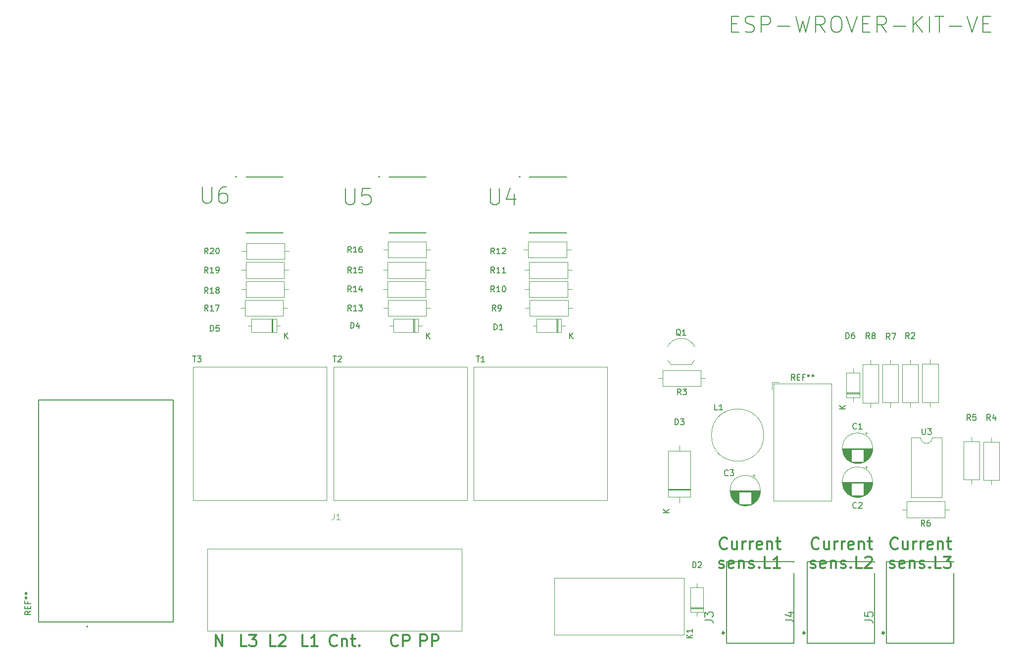
<source format=gto>
G04 #@! TF.GenerationSoftware,KiCad,Pcbnew,7.0.2*
G04 #@! TF.CreationDate,2023-07-29T23:32:47+01:00*
G04 #@! TF.ProjectId,ECS-Prototype,4543532d-5072-46f7-946f-747970652e6b,1.4*
G04 #@! TF.SameCoordinates,Original*
G04 #@! TF.FileFunction,Legend,Top*
G04 #@! TF.FilePolarity,Positive*
%FSLAX46Y46*%
G04 Gerber Fmt 4.6, Leading zero omitted, Abs format (unit mm)*
G04 Created by KiCad (PCBNEW 7.0.2) date 2023-07-29 23:32:47*
%MOMM*%
%LPD*%
G01*
G04 APERTURE LIST*
%ADD10C,0.300000*%
%ADD11C,0.150000*%
%ADD12C,0.100000*%
%ADD13C,0.127000*%
%ADD14C,0.340000*%
%ADD15C,0.120000*%
%ADD16C,0.200000*%
G04 APERTURE END LIST*
D10*
X166466666Y-197615238D02*
X165514285Y-197615238D01*
X165514285Y-197615238D02*
X165514285Y-195615238D01*
X166942857Y-195615238D02*
X168180952Y-195615238D01*
X168180952Y-195615238D02*
X167514285Y-196377142D01*
X167514285Y-196377142D02*
X167800000Y-196377142D01*
X167800000Y-196377142D02*
X167990476Y-196472380D01*
X167990476Y-196472380D02*
X168085714Y-196567619D01*
X168085714Y-196567619D02*
X168180952Y-196758095D01*
X168180952Y-196758095D02*
X168180952Y-197234285D01*
X168180952Y-197234285D02*
X168085714Y-197424761D01*
X168085714Y-197424761D02*
X167990476Y-197520000D01*
X167990476Y-197520000D02*
X167800000Y-197615238D01*
X167800000Y-197615238D02*
X167228571Y-197615238D01*
X167228571Y-197615238D02*
X167038095Y-197520000D01*
X167038095Y-197520000D02*
X166942857Y-197424761D01*
X171466666Y-197615238D02*
X170514285Y-197615238D01*
X170514285Y-197615238D02*
X170514285Y-195615238D01*
X172038095Y-195805714D02*
X172133333Y-195710476D01*
X172133333Y-195710476D02*
X172323809Y-195615238D01*
X172323809Y-195615238D02*
X172800000Y-195615238D01*
X172800000Y-195615238D02*
X172990476Y-195710476D01*
X172990476Y-195710476D02*
X173085714Y-195805714D01*
X173085714Y-195805714D02*
X173180952Y-195996190D01*
X173180952Y-195996190D02*
X173180952Y-196186666D01*
X173180952Y-196186666D02*
X173085714Y-196472380D01*
X173085714Y-196472380D02*
X171942857Y-197615238D01*
X171942857Y-197615238D02*
X173180952Y-197615238D01*
X176966666Y-197615238D02*
X176014285Y-197615238D01*
X176014285Y-197615238D02*
X176014285Y-195615238D01*
X178680952Y-197615238D02*
X177538095Y-197615238D01*
X178109523Y-197615238D02*
X178109523Y-195615238D01*
X178109523Y-195615238D02*
X177919047Y-195900952D01*
X177919047Y-195900952D02*
X177728571Y-196091428D01*
X177728571Y-196091428D02*
X177538095Y-196186666D01*
X181966666Y-197424761D02*
X181871428Y-197520000D01*
X181871428Y-197520000D02*
X181585714Y-197615238D01*
X181585714Y-197615238D02*
X181395238Y-197615238D01*
X181395238Y-197615238D02*
X181109523Y-197520000D01*
X181109523Y-197520000D02*
X180919047Y-197329523D01*
X180919047Y-197329523D02*
X180823809Y-197139047D01*
X180823809Y-197139047D02*
X180728571Y-196758095D01*
X180728571Y-196758095D02*
X180728571Y-196472380D01*
X180728571Y-196472380D02*
X180823809Y-196091428D01*
X180823809Y-196091428D02*
X180919047Y-195900952D01*
X180919047Y-195900952D02*
X181109523Y-195710476D01*
X181109523Y-195710476D02*
X181395238Y-195615238D01*
X181395238Y-195615238D02*
X181585714Y-195615238D01*
X181585714Y-195615238D02*
X181871428Y-195710476D01*
X181871428Y-195710476D02*
X181966666Y-195805714D01*
X182823809Y-196281904D02*
X182823809Y-197615238D01*
X182823809Y-196472380D02*
X182919047Y-196377142D01*
X182919047Y-196377142D02*
X183109523Y-196281904D01*
X183109523Y-196281904D02*
X183395238Y-196281904D01*
X183395238Y-196281904D02*
X183585714Y-196377142D01*
X183585714Y-196377142D02*
X183680952Y-196567619D01*
X183680952Y-196567619D02*
X183680952Y-197615238D01*
X184347619Y-196281904D02*
X185109523Y-196281904D01*
X184633333Y-195615238D02*
X184633333Y-197329523D01*
X184633333Y-197329523D02*
X184728571Y-197520000D01*
X184728571Y-197520000D02*
X184919047Y-197615238D01*
X184919047Y-197615238D02*
X185109523Y-197615238D01*
X185776190Y-197424761D02*
X185871428Y-197520000D01*
X185871428Y-197520000D02*
X185776190Y-197615238D01*
X185776190Y-197615238D02*
X185680952Y-197520000D01*
X185680952Y-197520000D02*
X185776190Y-197424761D01*
X185776190Y-197424761D02*
X185776190Y-197615238D01*
X192419047Y-197424761D02*
X192323809Y-197520000D01*
X192323809Y-197520000D02*
X192038095Y-197615238D01*
X192038095Y-197615238D02*
X191847619Y-197615238D01*
X191847619Y-197615238D02*
X191561904Y-197520000D01*
X191561904Y-197520000D02*
X191371428Y-197329523D01*
X191371428Y-197329523D02*
X191276190Y-197139047D01*
X191276190Y-197139047D02*
X191180952Y-196758095D01*
X191180952Y-196758095D02*
X191180952Y-196472380D01*
X191180952Y-196472380D02*
X191276190Y-196091428D01*
X191276190Y-196091428D02*
X191371428Y-195900952D01*
X191371428Y-195900952D02*
X191561904Y-195710476D01*
X191561904Y-195710476D02*
X191847619Y-195615238D01*
X191847619Y-195615238D02*
X192038095Y-195615238D01*
X192038095Y-195615238D02*
X192323809Y-195710476D01*
X192323809Y-195710476D02*
X192419047Y-195805714D01*
X193276190Y-197615238D02*
X193276190Y-195615238D01*
X193276190Y-195615238D02*
X194038095Y-195615238D01*
X194038095Y-195615238D02*
X194228571Y-195710476D01*
X194228571Y-195710476D02*
X194323809Y-195805714D01*
X194323809Y-195805714D02*
X194419047Y-195996190D01*
X194419047Y-195996190D02*
X194419047Y-196281904D01*
X194419047Y-196281904D02*
X194323809Y-196472380D01*
X194323809Y-196472380D02*
X194228571Y-196567619D01*
X194228571Y-196567619D02*
X194038095Y-196662857D01*
X194038095Y-196662857D02*
X193276190Y-196662857D01*
X196226190Y-197595238D02*
X196226190Y-195595238D01*
X196226190Y-195595238D02*
X196988095Y-195595238D01*
X196988095Y-195595238D02*
X197178571Y-195690476D01*
X197178571Y-195690476D02*
X197273809Y-195785714D01*
X197273809Y-195785714D02*
X197369047Y-195976190D01*
X197369047Y-195976190D02*
X197369047Y-196261904D01*
X197369047Y-196261904D02*
X197273809Y-196452380D01*
X197273809Y-196452380D02*
X197178571Y-196547619D01*
X197178571Y-196547619D02*
X196988095Y-196642857D01*
X196988095Y-196642857D02*
X196226190Y-196642857D01*
X198226190Y-197595238D02*
X198226190Y-195595238D01*
X198226190Y-195595238D02*
X198988095Y-195595238D01*
X198988095Y-195595238D02*
X199178571Y-195690476D01*
X199178571Y-195690476D02*
X199273809Y-195785714D01*
X199273809Y-195785714D02*
X199369047Y-195976190D01*
X199369047Y-195976190D02*
X199369047Y-196261904D01*
X199369047Y-196261904D02*
X199273809Y-196452380D01*
X199273809Y-196452380D02*
X199178571Y-196547619D01*
X199178571Y-196547619D02*
X198988095Y-196642857D01*
X198988095Y-196642857D02*
X198226190Y-196642857D01*
X248692857Y-180804761D02*
X248597619Y-180900000D01*
X248597619Y-180900000D02*
X248311905Y-180995238D01*
X248311905Y-180995238D02*
X248121429Y-180995238D01*
X248121429Y-180995238D02*
X247835714Y-180900000D01*
X247835714Y-180900000D02*
X247645238Y-180709523D01*
X247645238Y-180709523D02*
X247550000Y-180519047D01*
X247550000Y-180519047D02*
X247454762Y-180138095D01*
X247454762Y-180138095D02*
X247454762Y-179852380D01*
X247454762Y-179852380D02*
X247550000Y-179471428D01*
X247550000Y-179471428D02*
X247645238Y-179280952D01*
X247645238Y-179280952D02*
X247835714Y-179090476D01*
X247835714Y-179090476D02*
X248121429Y-178995238D01*
X248121429Y-178995238D02*
X248311905Y-178995238D01*
X248311905Y-178995238D02*
X248597619Y-179090476D01*
X248597619Y-179090476D02*
X248692857Y-179185714D01*
X250407143Y-179661904D02*
X250407143Y-180995238D01*
X249550000Y-179661904D02*
X249550000Y-180709523D01*
X249550000Y-180709523D02*
X249645238Y-180900000D01*
X249645238Y-180900000D02*
X249835714Y-180995238D01*
X249835714Y-180995238D02*
X250121429Y-180995238D01*
X250121429Y-180995238D02*
X250311905Y-180900000D01*
X250311905Y-180900000D02*
X250407143Y-180804761D01*
X251359524Y-180995238D02*
X251359524Y-179661904D01*
X251359524Y-180042857D02*
X251454762Y-179852380D01*
X251454762Y-179852380D02*
X251550000Y-179757142D01*
X251550000Y-179757142D02*
X251740476Y-179661904D01*
X251740476Y-179661904D02*
X251930953Y-179661904D01*
X252597619Y-180995238D02*
X252597619Y-179661904D01*
X252597619Y-180042857D02*
X252692857Y-179852380D01*
X252692857Y-179852380D02*
X252788095Y-179757142D01*
X252788095Y-179757142D02*
X252978571Y-179661904D01*
X252978571Y-179661904D02*
X253169048Y-179661904D01*
X254597619Y-180900000D02*
X254407143Y-180995238D01*
X254407143Y-180995238D02*
X254026190Y-180995238D01*
X254026190Y-180995238D02*
X253835714Y-180900000D01*
X253835714Y-180900000D02*
X253740476Y-180709523D01*
X253740476Y-180709523D02*
X253740476Y-179947619D01*
X253740476Y-179947619D02*
X253835714Y-179757142D01*
X253835714Y-179757142D02*
X254026190Y-179661904D01*
X254026190Y-179661904D02*
X254407143Y-179661904D01*
X254407143Y-179661904D02*
X254597619Y-179757142D01*
X254597619Y-179757142D02*
X254692857Y-179947619D01*
X254692857Y-179947619D02*
X254692857Y-180138095D01*
X254692857Y-180138095D02*
X253740476Y-180328571D01*
X255550000Y-179661904D02*
X255550000Y-180995238D01*
X255550000Y-179852380D02*
X255645238Y-179757142D01*
X255645238Y-179757142D02*
X255835714Y-179661904D01*
X255835714Y-179661904D02*
X256121429Y-179661904D01*
X256121429Y-179661904D02*
X256311905Y-179757142D01*
X256311905Y-179757142D02*
X256407143Y-179947619D01*
X256407143Y-179947619D02*
X256407143Y-180995238D01*
X257073810Y-179661904D02*
X257835714Y-179661904D01*
X257359524Y-178995238D02*
X257359524Y-180709523D01*
X257359524Y-180709523D02*
X257454762Y-180900000D01*
X257454762Y-180900000D02*
X257645238Y-180995238D01*
X257645238Y-180995238D02*
X257835714Y-180995238D01*
X247311904Y-184140000D02*
X247502380Y-184235238D01*
X247502380Y-184235238D02*
X247883332Y-184235238D01*
X247883332Y-184235238D02*
X248073809Y-184140000D01*
X248073809Y-184140000D02*
X248169047Y-183949523D01*
X248169047Y-183949523D02*
X248169047Y-183854285D01*
X248169047Y-183854285D02*
X248073809Y-183663809D01*
X248073809Y-183663809D02*
X247883332Y-183568571D01*
X247883332Y-183568571D02*
X247597618Y-183568571D01*
X247597618Y-183568571D02*
X247407142Y-183473333D01*
X247407142Y-183473333D02*
X247311904Y-183282857D01*
X247311904Y-183282857D02*
X247311904Y-183187619D01*
X247311904Y-183187619D02*
X247407142Y-182997142D01*
X247407142Y-182997142D02*
X247597618Y-182901904D01*
X247597618Y-182901904D02*
X247883332Y-182901904D01*
X247883332Y-182901904D02*
X248073809Y-182997142D01*
X249788095Y-184140000D02*
X249597619Y-184235238D01*
X249597619Y-184235238D02*
X249216666Y-184235238D01*
X249216666Y-184235238D02*
X249026190Y-184140000D01*
X249026190Y-184140000D02*
X248930952Y-183949523D01*
X248930952Y-183949523D02*
X248930952Y-183187619D01*
X248930952Y-183187619D02*
X249026190Y-182997142D01*
X249026190Y-182997142D02*
X249216666Y-182901904D01*
X249216666Y-182901904D02*
X249597619Y-182901904D01*
X249597619Y-182901904D02*
X249788095Y-182997142D01*
X249788095Y-182997142D02*
X249883333Y-183187619D01*
X249883333Y-183187619D02*
X249883333Y-183378095D01*
X249883333Y-183378095D02*
X248930952Y-183568571D01*
X250740476Y-182901904D02*
X250740476Y-184235238D01*
X250740476Y-183092380D02*
X250835714Y-182997142D01*
X250835714Y-182997142D02*
X251026190Y-182901904D01*
X251026190Y-182901904D02*
X251311905Y-182901904D01*
X251311905Y-182901904D02*
X251502381Y-182997142D01*
X251502381Y-182997142D02*
X251597619Y-183187619D01*
X251597619Y-183187619D02*
X251597619Y-184235238D01*
X252454762Y-184140000D02*
X252645238Y-184235238D01*
X252645238Y-184235238D02*
X253026190Y-184235238D01*
X253026190Y-184235238D02*
X253216667Y-184140000D01*
X253216667Y-184140000D02*
X253311905Y-183949523D01*
X253311905Y-183949523D02*
X253311905Y-183854285D01*
X253311905Y-183854285D02*
X253216667Y-183663809D01*
X253216667Y-183663809D02*
X253026190Y-183568571D01*
X253026190Y-183568571D02*
X252740476Y-183568571D01*
X252740476Y-183568571D02*
X252550000Y-183473333D01*
X252550000Y-183473333D02*
X252454762Y-183282857D01*
X252454762Y-183282857D02*
X252454762Y-183187619D01*
X252454762Y-183187619D02*
X252550000Y-182997142D01*
X252550000Y-182997142D02*
X252740476Y-182901904D01*
X252740476Y-182901904D02*
X253026190Y-182901904D01*
X253026190Y-182901904D02*
X253216667Y-182997142D01*
X254169048Y-184044761D02*
X254264286Y-184140000D01*
X254264286Y-184140000D02*
X254169048Y-184235238D01*
X254169048Y-184235238D02*
X254073810Y-184140000D01*
X254073810Y-184140000D02*
X254169048Y-184044761D01*
X254169048Y-184044761D02*
X254169048Y-184235238D01*
X256073810Y-184235238D02*
X255121429Y-184235238D01*
X255121429Y-184235238D02*
X255121429Y-182235238D01*
X257788096Y-184235238D02*
X256645239Y-184235238D01*
X257216667Y-184235238D02*
X257216667Y-182235238D01*
X257216667Y-182235238D02*
X257026191Y-182520952D01*
X257026191Y-182520952D02*
X256835715Y-182711428D01*
X256835715Y-182711428D02*
X256645239Y-182806666D01*
X264397857Y-180804761D02*
X264302619Y-180900000D01*
X264302619Y-180900000D02*
X264016905Y-180995238D01*
X264016905Y-180995238D02*
X263826429Y-180995238D01*
X263826429Y-180995238D02*
X263540714Y-180900000D01*
X263540714Y-180900000D02*
X263350238Y-180709523D01*
X263350238Y-180709523D02*
X263255000Y-180519047D01*
X263255000Y-180519047D02*
X263159762Y-180138095D01*
X263159762Y-180138095D02*
X263159762Y-179852380D01*
X263159762Y-179852380D02*
X263255000Y-179471428D01*
X263255000Y-179471428D02*
X263350238Y-179280952D01*
X263350238Y-179280952D02*
X263540714Y-179090476D01*
X263540714Y-179090476D02*
X263826429Y-178995238D01*
X263826429Y-178995238D02*
X264016905Y-178995238D01*
X264016905Y-178995238D02*
X264302619Y-179090476D01*
X264302619Y-179090476D02*
X264397857Y-179185714D01*
X266112143Y-179661904D02*
X266112143Y-180995238D01*
X265255000Y-179661904D02*
X265255000Y-180709523D01*
X265255000Y-180709523D02*
X265350238Y-180900000D01*
X265350238Y-180900000D02*
X265540714Y-180995238D01*
X265540714Y-180995238D02*
X265826429Y-180995238D01*
X265826429Y-180995238D02*
X266016905Y-180900000D01*
X266016905Y-180900000D02*
X266112143Y-180804761D01*
X267064524Y-180995238D02*
X267064524Y-179661904D01*
X267064524Y-180042857D02*
X267159762Y-179852380D01*
X267159762Y-179852380D02*
X267255000Y-179757142D01*
X267255000Y-179757142D02*
X267445476Y-179661904D01*
X267445476Y-179661904D02*
X267635953Y-179661904D01*
X268302619Y-180995238D02*
X268302619Y-179661904D01*
X268302619Y-180042857D02*
X268397857Y-179852380D01*
X268397857Y-179852380D02*
X268493095Y-179757142D01*
X268493095Y-179757142D02*
X268683571Y-179661904D01*
X268683571Y-179661904D02*
X268874048Y-179661904D01*
X270302619Y-180900000D02*
X270112143Y-180995238D01*
X270112143Y-180995238D02*
X269731190Y-180995238D01*
X269731190Y-180995238D02*
X269540714Y-180900000D01*
X269540714Y-180900000D02*
X269445476Y-180709523D01*
X269445476Y-180709523D02*
X269445476Y-179947619D01*
X269445476Y-179947619D02*
X269540714Y-179757142D01*
X269540714Y-179757142D02*
X269731190Y-179661904D01*
X269731190Y-179661904D02*
X270112143Y-179661904D01*
X270112143Y-179661904D02*
X270302619Y-179757142D01*
X270302619Y-179757142D02*
X270397857Y-179947619D01*
X270397857Y-179947619D02*
X270397857Y-180138095D01*
X270397857Y-180138095D02*
X269445476Y-180328571D01*
X271255000Y-179661904D02*
X271255000Y-180995238D01*
X271255000Y-179852380D02*
X271350238Y-179757142D01*
X271350238Y-179757142D02*
X271540714Y-179661904D01*
X271540714Y-179661904D02*
X271826429Y-179661904D01*
X271826429Y-179661904D02*
X272016905Y-179757142D01*
X272016905Y-179757142D02*
X272112143Y-179947619D01*
X272112143Y-179947619D02*
X272112143Y-180995238D01*
X272778810Y-179661904D02*
X273540714Y-179661904D01*
X273064524Y-178995238D02*
X273064524Y-180709523D01*
X273064524Y-180709523D02*
X273159762Y-180900000D01*
X273159762Y-180900000D02*
X273350238Y-180995238D01*
X273350238Y-180995238D02*
X273540714Y-180995238D01*
X263016904Y-184140000D02*
X263207380Y-184235238D01*
X263207380Y-184235238D02*
X263588332Y-184235238D01*
X263588332Y-184235238D02*
X263778809Y-184140000D01*
X263778809Y-184140000D02*
X263874047Y-183949523D01*
X263874047Y-183949523D02*
X263874047Y-183854285D01*
X263874047Y-183854285D02*
X263778809Y-183663809D01*
X263778809Y-183663809D02*
X263588332Y-183568571D01*
X263588332Y-183568571D02*
X263302618Y-183568571D01*
X263302618Y-183568571D02*
X263112142Y-183473333D01*
X263112142Y-183473333D02*
X263016904Y-183282857D01*
X263016904Y-183282857D02*
X263016904Y-183187619D01*
X263016904Y-183187619D02*
X263112142Y-182997142D01*
X263112142Y-182997142D02*
X263302618Y-182901904D01*
X263302618Y-182901904D02*
X263588332Y-182901904D01*
X263588332Y-182901904D02*
X263778809Y-182997142D01*
X265493095Y-184140000D02*
X265302619Y-184235238D01*
X265302619Y-184235238D02*
X264921666Y-184235238D01*
X264921666Y-184235238D02*
X264731190Y-184140000D01*
X264731190Y-184140000D02*
X264635952Y-183949523D01*
X264635952Y-183949523D02*
X264635952Y-183187619D01*
X264635952Y-183187619D02*
X264731190Y-182997142D01*
X264731190Y-182997142D02*
X264921666Y-182901904D01*
X264921666Y-182901904D02*
X265302619Y-182901904D01*
X265302619Y-182901904D02*
X265493095Y-182997142D01*
X265493095Y-182997142D02*
X265588333Y-183187619D01*
X265588333Y-183187619D02*
X265588333Y-183378095D01*
X265588333Y-183378095D02*
X264635952Y-183568571D01*
X266445476Y-182901904D02*
X266445476Y-184235238D01*
X266445476Y-183092380D02*
X266540714Y-182997142D01*
X266540714Y-182997142D02*
X266731190Y-182901904D01*
X266731190Y-182901904D02*
X267016905Y-182901904D01*
X267016905Y-182901904D02*
X267207381Y-182997142D01*
X267207381Y-182997142D02*
X267302619Y-183187619D01*
X267302619Y-183187619D02*
X267302619Y-184235238D01*
X268159762Y-184140000D02*
X268350238Y-184235238D01*
X268350238Y-184235238D02*
X268731190Y-184235238D01*
X268731190Y-184235238D02*
X268921667Y-184140000D01*
X268921667Y-184140000D02*
X269016905Y-183949523D01*
X269016905Y-183949523D02*
X269016905Y-183854285D01*
X269016905Y-183854285D02*
X268921667Y-183663809D01*
X268921667Y-183663809D02*
X268731190Y-183568571D01*
X268731190Y-183568571D02*
X268445476Y-183568571D01*
X268445476Y-183568571D02*
X268255000Y-183473333D01*
X268255000Y-183473333D02*
X268159762Y-183282857D01*
X268159762Y-183282857D02*
X268159762Y-183187619D01*
X268159762Y-183187619D02*
X268255000Y-182997142D01*
X268255000Y-182997142D02*
X268445476Y-182901904D01*
X268445476Y-182901904D02*
X268731190Y-182901904D01*
X268731190Y-182901904D02*
X268921667Y-182997142D01*
X269874048Y-184044761D02*
X269969286Y-184140000D01*
X269969286Y-184140000D02*
X269874048Y-184235238D01*
X269874048Y-184235238D02*
X269778810Y-184140000D01*
X269778810Y-184140000D02*
X269874048Y-184044761D01*
X269874048Y-184044761D02*
X269874048Y-184235238D01*
X271778810Y-184235238D02*
X270826429Y-184235238D01*
X270826429Y-184235238D02*
X270826429Y-182235238D01*
X272350239Y-182425714D02*
X272445477Y-182330476D01*
X272445477Y-182330476D02*
X272635953Y-182235238D01*
X272635953Y-182235238D02*
X273112144Y-182235238D01*
X273112144Y-182235238D02*
X273302620Y-182330476D01*
X273302620Y-182330476D02*
X273397858Y-182425714D01*
X273397858Y-182425714D02*
X273493096Y-182616190D01*
X273493096Y-182616190D02*
X273493096Y-182806666D01*
X273493096Y-182806666D02*
X273397858Y-183092380D01*
X273397858Y-183092380D02*
X272255001Y-184235238D01*
X272255001Y-184235238D02*
X273493096Y-184235238D01*
X277897857Y-180804761D02*
X277802619Y-180900000D01*
X277802619Y-180900000D02*
X277516905Y-180995238D01*
X277516905Y-180995238D02*
X277326429Y-180995238D01*
X277326429Y-180995238D02*
X277040714Y-180900000D01*
X277040714Y-180900000D02*
X276850238Y-180709523D01*
X276850238Y-180709523D02*
X276755000Y-180519047D01*
X276755000Y-180519047D02*
X276659762Y-180138095D01*
X276659762Y-180138095D02*
X276659762Y-179852380D01*
X276659762Y-179852380D02*
X276755000Y-179471428D01*
X276755000Y-179471428D02*
X276850238Y-179280952D01*
X276850238Y-179280952D02*
X277040714Y-179090476D01*
X277040714Y-179090476D02*
X277326429Y-178995238D01*
X277326429Y-178995238D02*
X277516905Y-178995238D01*
X277516905Y-178995238D02*
X277802619Y-179090476D01*
X277802619Y-179090476D02*
X277897857Y-179185714D01*
X279612143Y-179661904D02*
X279612143Y-180995238D01*
X278755000Y-179661904D02*
X278755000Y-180709523D01*
X278755000Y-180709523D02*
X278850238Y-180900000D01*
X278850238Y-180900000D02*
X279040714Y-180995238D01*
X279040714Y-180995238D02*
X279326429Y-180995238D01*
X279326429Y-180995238D02*
X279516905Y-180900000D01*
X279516905Y-180900000D02*
X279612143Y-180804761D01*
X280564524Y-180995238D02*
X280564524Y-179661904D01*
X280564524Y-180042857D02*
X280659762Y-179852380D01*
X280659762Y-179852380D02*
X280755000Y-179757142D01*
X280755000Y-179757142D02*
X280945476Y-179661904D01*
X280945476Y-179661904D02*
X281135953Y-179661904D01*
X281802619Y-180995238D02*
X281802619Y-179661904D01*
X281802619Y-180042857D02*
X281897857Y-179852380D01*
X281897857Y-179852380D02*
X281993095Y-179757142D01*
X281993095Y-179757142D02*
X282183571Y-179661904D01*
X282183571Y-179661904D02*
X282374048Y-179661904D01*
X283802619Y-180900000D02*
X283612143Y-180995238D01*
X283612143Y-180995238D02*
X283231190Y-180995238D01*
X283231190Y-180995238D02*
X283040714Y-180900000D01*
X283040714Y-180900000D02*
X282945476Y-180709523D01*
X282945476Y-180709523D02*
X282945476Y-179947619D01*
X282945476Y-179947619D02*
X283040714Y-179757142D01*
X283040714Y-179757142D02*
X283231190Y-179661904D01*
X283231190Y-179661904D02*
X283612143Y-179661904D01*
X283612143Y-179661904D02*
X283802619Y-179757142D01*
X283802619Y-179757142D02*
X283897857Y-179947619D01*
X283897857Y-179947619D02*
X283897857Y-180138095D01*
X283897857Y-180138095D02*
X282945476Y-180328571D01*
X284755000Y-179661904D02*
X284755000Y-180995238D01*
X284755000Y-179852380D02*
X284850238Y-179757142D01*
X284850238Y-179757142D02*
X285040714Y-179661904D01*
X285040714Y-179661904D02*
X285326429Y-179661904D01*
X285326429Y-179661904D02*
X285516905Y-179757142D01*
X285516905Y-179757142D02*
X285612143Y-179947619D01*
X285612143Y-179947619D02*
X285612143Y-180995238D01*
X286278810Y-179661904D02*
X287040714Y-179661904D01*
X286564524Y-178995238D02*
X286564524Y-180709523D01*
X286564524Y-180709523D02*
X286659762Y-180900000D01*
X286659762Y-180900000D02*
X286850238Y-180995238D01*
X286850238Y-180995238D02*
X287040714Y-180995238D01*
X276516904Y-184140000D02*
X276707380Y-184235238D01*
X276707380Y-184235238D02*
X277088332Y-184235238D01*
X277088332Y-184235238D02*
X277278809Y-184140000D01*
X277278809Y-184140000D02*
X277374047Y-183949523D01*
X277374047Y-183949523D02*
X277374047Y-183854285D01*
X277374047Y-183854285D02*
X277278809Y-183663809D01*
X277278809Y-183663809D02*
X277088332Y-183568571D01*
X277088332Y-183568571D02*
X276802618Y-183568571D01*
X276802618Y-183568571D02*
X276612142Y-183473333D01*
X276612142Y-183473333D02*
X276516904Y-183282857D01*
X276516904Y-183282857D02*
X276516904Y-183187619D01*
X276516904Y-183187619D02*
X276612142Y-182997142D01*
X276612142Y-182997142D02*
X276802618Y-182901904D01*
X276802618Y-182901904D02*
X277088332Y-182901904D01*
X277088332Y-182901904D02*
X277278809Y-182997142D01*
X278993095Y-184140000D02*
X278802619Y-184235238D01*
X278802619Y-184235238D02*
X278421666Y-184235238D01*
X278421666Y-184235238D02*
X278231190Y-184140000D01*
X278231190Y-184140000D02*
X278135952Y-183949523D01*
X278135952Y-183949523D02*
X278135952Y-183187619D01*
X278135952Y-183187619D02*
X278231190Y-182997142D01*
X278231190Y-182997142D02*
X278421666Y-182901904D01*
X278421666Y-182901904D02*
X278802619Y-182901904D01*
X278802619Y-182901904D02*
X278993095Y-182997142D01*
X278993095Y-182997142D02*
X279088333Y-183187619D01*
X279088333Y-183187619D02*
X279088333Y-183378095D01*
X279088333Y-183378095D02*
X278135952Y-183568571D01*
X279945476Y-182901904D02*
X279945476Y-184235238D01*
X279945476Y-183092380D02*
X280040714Y-182997142D01*
X280040714Y-182997142D02*
X280231190Y-182901904D01*
X280231190Y-182901904D02*
X280516905Y-182901904D01*
X280516905Y-182901904D02*
X280707381Y-182997142D01*
X280707381Y-182997142D02*
X280802619Y-183187619D01*
X280802619Y-183187619D02*
X280802619Y-184235238D01*
X281659762Y-184140000D02*
X281850238Y-184235238D01*
X281850238Y-184235238D02*
X282231190Y-184235238D01*
X282231190Y-184235238D02*
X282421667Y-184140000D01*
X282421667Y-184140000D02*
X282516905Y-183949523D01*
X282516905Y-183949523D02*
X282516905Y-183854285D01*
X282516905Y-183854285D02*
X282421667Y-183663809D01*
X282421667Y-183663809D02*
X282231190Y-183568571D01*
X282231190Y-183568571D02*
X281945476Y-183568571D01*
X281945476Y-183568571D02*
X281755000Y-183473333D01*
X281755000Y-183473333D02*
X281659762Y-183282857D01*
X281659762Y-183282857D02*
X281659762Y-183187619D01*
X281659762Y-183187619D02*
X281755000Y-182997142D01*
X281755000Y-182997142D02*
X281945476Y-182901904D01*
X281945476Y-182901904D02*
X282231190Y-182901904D01*
X282231190Y-182901904D02*
X282421667Y-182997142D01*
X283374048Y-184044761D02*
X283469286Y-184140000D01*
X283469286Y-184140000D02*
X283374048Y-184235238D01*
X283374048Y-184235238D02*
X283278810Y-184140000D01*
X283278810Y-184140000D02*
X283374048Y-184044761D01*
X283374048Y-184044761D02*
X283374048Y-184235238D01*
X285278810Y-184235238D02*
X284326429Y-184235238D01*
X284326429Y-184235238D02*
X284326429Y-182235238D01*
X285755001Y-182235238D02*
X286993096Y-182235238D01*
X286993096Y-182235238D02*
X286326429Y-182997142D01*
X286326429Y-182997142D02*
X286612144Y-182997142D01*
X286612144Y-182997142D02*
X286802620Y-183092380D01*
X286802620Y-183092380D02*
X286897858Y-183187619D01*
X286897858Y-183187619D02*
X286993096Y-183378095D01*
X286993096Y-183378095D02*
X286993096Y-183854285D01*
X286993096Y-183854285D02*
X286897858Y-184044761D01*
X286897858Y-184044761D02*
X286802620Y-184140000D01*
X286802620Y-184140000D02*
X286612144Y-184235238D01*
X286612144Y-184235238D02*
X286040715Y-184235238D01*
X286040715Y-184235238D02*
X285850239Y-184140000D01*
X285850239Y-184140000D02*
X285755001Y-184044761D01*
X161228571Y-197615238D02*
X161228571Y-195615238D01*
X161228571Y-195615238D02*
X162371428Y-197615238D01*
X162371428Y-197615238D02*
X162371428Y-195615238D01*
D11*
X249436573Y-91021361D02*
X250355232Y-91021361D01*
X250748943Y-92464967D02*
X249436573Y-92464967D01*
X249436573Y-92464967D02*
X249436573Y-89708991D01*
X249436573Y-89708991D02*
X250748943Y-89708991D01*
X251798838Y-92333731D02*
X252192549Y-92464967D01*
X252192549Y-92464967D02*
X252848734Y-92464967D01*
X252848734Y-92464967D02*
X253111208Y-92333731D01*
X253111208Y-92333731D02*
X253242445Y-92202494D01*
X253242445Y-92202494D02*
X253373682Y-91940020D01*
X253373682Y-91940020D02*
X253373682Y-91677546D01*
X253373682Y-91677546D02*
X253242445Y-91415072D01*
X253242445Y-91415072D02*
X253111208Y-91283835D01*
X253111208Y-91283835D02*
X252848734Y-91152598D01*
X252848734Y-91152598D02*
X252323786Y-91021361D01*
X252323786Y-91021361D02*
X252061312Y-90890124D01*
X252061312Y-90890124D02*
X251930075Y-90758887D01*
X251930075Y-90758887D02*
X251798838Y-90496413D01*
X251798838Y-90496413D02*
X251798838Y-90233939D01*
X251798838Y-90233939D02*
X251930075Y-89971465D01*
X251930075Y-89971465D02*
X252061312Y-89840228D01*
X252061312Y-89840228D02*
X252323786Y-89708991D01*
X252323786Y-89708991D02*
X252979971Y-89708991D01*
X252979971Y-89708991D02*
X253373682Y-89840228D01*
X254554814Y-92464967D02*
X254554814Y-89708991D01*
X254554814Y-89708991D02*
X255604710Y-89708991D01*
X255604710Y-89708991D02*
X255867184Y-89840228D01*
X255867184Y-89840228D02*
X255998421Y-89971465D01*
X255998421Y-89971465D02*
X256129658Y-90233939D01*
X256129658Y-90233939D02*
X256129658Y-90627650D01*
X256129658Y-90627650D02*
X255998421Y-90890124D01*
X255998421Y-90890124D02*
X255867184Y-91021361D01*
X255867184Y-91021361D02*
X255604710Y-91152598D01*
X255604710Y-91152598D02*
X254554814Y-91152598D01*
X257310790Y-91415072D02*
X259410582Y-91415072D01*
X260460477Y-89708991D02*
X261116662Y-92464967D01*
X261116662Y-92464967D02*
X261641610Y-90496413D01*
X261641610Y-90496413D02*
X262166558Y-92464967D01*
X262166558Y-92464967D02*
X262822743Y-89708991D01*
X265447482Y-92464967D02*
X264528823Y-91152598D01*
X263872638Y-92464967D02*
X263872638Y-89708991D01*
X263872638Y-89708991D02*
X264922534Y-89708991D01*
X264922534Y-89708991D02*
X265185008Y-89840228D01*
X265185008Y-89840228D02*
X265316245Y-89971465D01*
X265316245Y-89971465D02*
X265447482Y-90233939D01*
X265447482Y-90233939D02*
X265447482Y-90627650D01*
X265447482Y-90627650D02*
X265316245Y-90890124D01*
X265316245Y-90890124D02*
X265185008Y-91021361D01*
X265185008Y-91021361D02*
X264922534Y-91152598D01*
X264922534Y-91152598D02*
X263872638Y-91152598D01*
X267153562Y-89708991D02*
X267678510Y-89708991D01*
X267678510Y-89708991D02*
X267940984Y-89840228D01*
X267940984Y-89840228D02*
X268203458Y-90102702D01*
X268203458Y-90102702D02*
X268334695Y-90627650D01*
X268334695Y-90627650D02*
X268334695Y-91546309D01*
X268334695Y-91546309D02*
X268203458Y-92071257D01*
X268203458Y-92071257D02*
X267940984Y-92333731D01*
X267940984Y-92333731D02*
X267678510Y-92464967D01*
X267678510Y-92464967D02*
X267153562Y-92464967D01*
X267153562Y-92464967D02*
X266891088Y-92333731D01*
X266891088Y-92333731D02*
X266628614Y-92071257D01*
X266628614Y-92071257D02*
X266497377Y-91546309D01*
X266497377Y-91546309D02*
X266497377Y-90627650D01*
X266497377Y-90627650D02*
X266628614Y-90102702D01*
X266628614Y-90102702D02*
X266891088Y-89840228D01*
X266891088Y-89840228D02*
X267153562Y-89708991D01*
X269122116Y-89708991D02*
X270040775Y-92464967D01*
X270040775Y-92464967D02*
X270959434Y-89708991D01*
X271878092Y-91021361D02*
X272796751Y-91021361D01*
X273190462Y-92464967D02*
X271878092Y-92464967D01*
X271878092Y-92464967D02*
X271878092Y-89708991D01*
X271878092Y-89708991D02*
X273190462Y-89708991D01*
X275946438Y-92464967D02*
X275027779Y-91152598D01*
X274371594Y-92464967D02*
X274371594Y-89708991D01*
X274371594Y-89708991D02*
X275421490Y-89708991D01*
X275421490Y-89708991D02*
X275683964Y-89840228D01*
X275683964Y-89840228D02*
X275815201Y-89971465D01*
X275815201Y-89971465D02*
X275946438Y-90233939D01*
X275946438Y-90233939D02*
X275946438Y-90627650D01*
X275946438Y-90627650D02*
X275815201Y-90890124D01*
X275815201Y-90890124D02*
X275683964Y-91021361D01*
X275683964Y-91021361D02*
X275421490Y-91152598D01*
X275421490Y-91152598D02*
X274371594Y-91152598D01*
X277127570Y-91415072D02*
X279227362Y-91415072D01*
X280539731Y-92464967D02*
X280539731Y-89708991D01*
X282114575Y-92464967D02*
X280933442Y-90890124D01*
X282114575Y-89708991D02*
X280539731Y-91283835D01*
X283295707Y-92464967D02*
X283295707Y-89708991D01*
X284214366Y-89708991D02*
X285789210Y-89708991D01*
X285001788Y-92464967D02*
X285001788Y-89708991D01*
X286707868Y-91415072D02*
X288807660Y-91415072D01*
X289726318Y-89708991D02*
X290644977Y-92464967D01*
X290644977Y-92464967D02*
X291563636Y-89708991D01*
X292482294Y-91021361D02*
X293400953Y-91021361D01*
X293794664Y-92464967D02*
X292482294Y-92464967D01*
X292482294Y-92464967D02*
X292482294Y-89708991D01*
X292482294Y-89708991D02*
X293794664Y-89708991D01*
D12*
X181466666Y-174902619D02*
X181466666Y-175616904D01*
X181466666Y-175616904D02*
X181419047Y-175759761D01*
X181419047Y-175759761D02*
X181323809Y-175855000D01*
X181323809Y-175855000D02*
X181180952Y-175902619D01*
X181180952Y-175902619D02*
X181085714Y-175902619D01*
X182466666Y-175902619D02*
X181895238Y-175902619D01*
X182180952Y-175902619D02*
X182180952Y-174902619D01*
X182180952Y-174902619D02*
X182085714Y-175045476D01*
X182085714Y-175045476D02*
X181990476Y-175140714D01*
X181990476Y-175140714D02*
X181895238Y-175188333D01*
D11*
X244893482Y-193119359D02*
X245894539Y-193119359D01*
X245894539Y-193119359D02*
X246094750Y-193186096D01*
X246094750Y-193186096D02*
X246228225Y-193319570D01*
X246228225Y-193319570D02*
X246294962Y-193519782D01*
X246294962Y-193519782D02*
X246294962Y-193653256D01*
X244893482Y-192585462D02*
X244893482Y-191717879D01*
X244893482Y-191717879D02*
X245427379Y-192185039D01*
X245427379Y-192185039D02*
X245427379Y-191984828D01*
X245427379Y-191984828D02*
X245494116Y-191851354D01*
X245494116Y-191851354D02*
X245560853Y-191784616D01*
X245560853Y-191784616D02*
X245694327Y-191717879D01*
X245694327Y-191717879D02*
X246028013Y-191717879D01*
X246028013Y-191717879D02*
X246161487Y-191784616D01*
X246161487Y-191784616D02*
X246228225Y-191851354D01*
X246228225Y-191851354D02*
X246294962Y-191984828D01*
X246294962Y-191984828D02*
X246294962Y-192385251D01*
X246294962Y-192385251D02*
X246228225Y-192518725D01*
X246228225Y-192518725D02*
X246161487Y-192585462D01*
X258693482Y-193119359D02*
X259694539Y-193119359D01*
X259694539Y-193119359D02*
X259894750Y-193186096D01*
X259894750Y-193186096D02*
X260028225Y-193319570D01*
X260028225Y-193319570D02*
X260094962Y-193519782D01*
X260094962Y-193519782D02*
X260094962Y-193653256D01*
X259160642Y-191851354D02*
X260094962Y-191851354D01*
X258626745Y-192185039D02*
X259627802Y-192518725D01*
X259627802Y-192518725D02*
X259627802Y-191651142D01*
X272248482Y-193119359D02*
X273249539Y-193119359D01*
X273249539Y-193119359D02*
X273449750Y-193186096D01*
X273449750Y-193186096D02*
X273583225Y-193319570D01*
X273583225Y-193319570D02*
X273649962Y-193519782D01*
X273649962Y-193519782D02*
X273649962Y-193653256D01*
X272248482Y-191784616D02*
X272248482Y-192451988D01*
X272248482Y-192451988D02*
X272915853Y-192518725D01*
X272915853Y-192518725D02*
X272849116Y-192451988D01*
X272849116Y-192451988D02*
X272782379Y-192318514D01*
X272782379Y-192318514D02*
X272782379Y-191984828D01*
X272782379Y-191984828D02*
X272849116Y-191851354D01*
X272849116Y-191851354D02*
X272915853Y-191784616D01*
X272915853Y-191784616D02*
X273049327Y-191717879D01*
X273049327Y-191717879D02*
X273383013Y-191717879D01*
X273383013Y-191717879D02*
X273516487Y-191784616D01*
X273516487Y-191784616D02*
X273583225Y-191851354D01*
X273583225Y-191851354D02*
X273649962Y-191984828D01*
X273649962Y-191984828D02*
X273649962Y-192318514D01*
X273649962Y-192318514D02*
X273583225Y-192451988D01*
X273583225Y-192451988D02*
X273516487Y-192518725D01*
X242811905Y-184152619D02*
X242811905Y-183152619D01*
X242811905Y-183152619D02*
X243050000Y-183152619D01*
X243050000Y-183152619D02*
X243192857Y-183200238D01*
X243192857Y-183200238D02*
X243288095Y-183295476D01*
X243288095Y-183295476D02*
X243335714Y-183390714D01*
X243335714Y-183390714D02*
X243383333Y-183581190D01*
X243383333Y-183581190D02*
X243383333Y-183724047D01*
X243383333Y-183724047D02*
X243335714Y-183914523D01*
X243335714Y-183914523D02*
X243288095Y-184009761D01*
X243288095Y-184009761D02*
X243192857Y-184105000D01*
X243192857Y-184105000D02*
X243050000Y-184152619D01*
X243050000Y-184152619D02*
X242811905Y-184152619D01*
X243764286Y-183247857D02*
X243811905Y-183200238D01*
X243811905Y-183200238D02*
X243907143Y-183152619D01*
X243907143Y-183152619D02*
X244145238Y-183152619D01*
X244145238Y-183152619D02*
X244240476Y-183200238D01*
X244240476Y-183200238D02*
X244288095Y-183247857D01*
X244288095Y-183247857D02*
X244335714Y-183343095D01*
X244335714Y-183343095D02*
X244335714Y-183438333D01*
X244335714Y-183438333D02*
X244288095Y-183581190D01*
X244288095Y-183581190D02*
X243716667Y-184152619D01*
X243716667Y-184152619D02*
X244335714Y-184152619D01*
X242762619Y-196178094D02*
X241762619Y-196178094D01*
X242762619Y-195606666D02*
X242191190Y-196035237D01*
X241762619Y-195606666D02*
X242334047Y-196178094D01*
X242762619Y-194654285D02*
X242762619Y-195225713D01*
X242762619Y-194939999D02*
X241762619Y-194939999D01*
X241762619Y-194939999D02*
X241905476Y-195035237D01*
X241905476Y-195035237D02*
X242000714Y-195130475D01*
X242000714Y-195130475D02*
X242048333Y-195225713D01*
X239811905Y-159652619D02*
X239811905Y-158652619D01*
X239811905Y-158652619D02*
X240050000Y-158652619D01*
X240050000Y-158652619D02*
X240192857Y-158700238D01*
X240192857Y-158700238D02*
X240288095Y-158795476D01*
X240288095Y-158795476D02*
X240335714Y-158890714D01*
X240335714Y-158890714D02*
X240383333Y-159081190D01*
X240383333Y-159081190D02*
X240383333Y-159224047D01*
X240383333Y-159224047D02*
X240335714Y-159414523D01*
X240335714Y-159414523D02*
X240288095Y-159509761D01*
X240288095Y-159509761D02*
X240192857Y-159605000D01*
X240192857Y-159605000D02*
X240050000Y-159652619D01*
X240050000Y-159652619D02*
X239811905Y-159652619D01*
X240716667Y-158652619D02*
X241335714Y-158652619D01*
X241335714Y-158652619D02*
X241002381Y-159033571D01*
X241002381Y-159033571D02*
X241145238Y-159033571D01*
X241145238Y-159033571D02*
X241240476Y-159081190D01*
X241240476Y-159081190D02*
X241288095Y-159128809D01*
X241288095Y-159128809D02*
X241335714Y-159224047D01*
X241335714Y-159224047D02*
X241335714Y-159462142D01*
X241335714Y-159462142D02*
X241288095Y-159557380D01*
X241288095Y-159557380D02*
X241240476Y-159605000D01*
X241240476Y-159605000D02*
X241145238Y-159652619D01*
X241145238Y-159652619D02*
X240859524Y-159652619D01*
X240859524Y-159652619D02*
X240764286Y-159605000D01*
X240764286Y-159605000D02*
X240716667Y-159557380D01*
X238812619Y-174701904D02*
X237812619Y-174701904D01*
X238812619Y-174130476D02*
X238241190Y-174559047D01*
X237812619Y-174130476D02*
X238384047Y-174701904D01*
X240744761Y-144437857D02*
X240649523Y-144390238D01*
X240649523Y-144390238D02*
X240554285Y-144295000D01*
X240554285Y-144295000D02*
X240411428Y-144152142D01*
X240411428Y-144152142D02*
X240316190Y-144104523D01*
X240316190Y-144104523D02*
X240220952Y-144104523D01*
X240268571Y-144342619D02*
X240173333Y-144295000D01*
X240173333Y-144295000D02*
X240078095Y-144199761D01*
X240078095Y-144199761D02*
X240030476Y-144009285D01*
X240030476Y-144009285D02*
X240030476Y-143675952D01*
X240030476Y-143675952D02*
X240078095Y-143485476D01*
X240078095Y-143485476D02*
X240173333Y-143390238D01*
X240173333Y-143390238D02*
X240268571Y-143342619D01*
X240268571Y-143342619D02*
X240459047Y-143342619D01*
X240459047Y-143342619D02*
X240554285Y-143390238D01*
X240554285Y-143390238D02*
X240649523Y-143485476D01*
X240649523Y-143485476D02*
X240697142Y-143675952D01*
X240697142Y-143675952D02*
X240697142Y-144009285D01*
X240697142Y-144009285D02*
X240649523Y-144199761D01*
X240649523Y-144199761D02*
X240554285Y-144295000D01*
X240554285Y-144295000D02*
X240459047Y-144342619D01*
X240459047Y-144342619D02*
X240268571Y-144342619D01*
X241649523Y-144342619D02*
X241078095Y-144342619D01*
X241363809Y-144342619D02*
X241363809Y-143342619D01*
X241363809Y-143342619D02*
X241268571Y-143485476D01*
X241268571Y-143485476D02*
X241173333Y-143580714D01*
X241173333Y-143580714D02*
X241078095Y-143628333D01*
X279838333Y-144902619D02*
X279505000Y-144426428D01*
X279266905Y-144902619D02*
X279266905Y-143902619D01*
X279266905Y-143902619D02*
X279647857Y-143902619D01*
X279647857Y-143902619D02*
X279743095Y-143950238D01*
X279743095Y-143950238D02*
X279790714Y-143997857D01*
X279790714Y-143997857D02*
X279838333Y-144093095D01*
X279838333Y-144093095D02*
X279838333Y-144235952D01*
X279838333Y-144235952D02*
X279790714Y-144331190D01*
X279790714Y-144331190D02*
X279743095Y-144378809D01*
X279743095Y-144378809D02*
X279647857Y-144426428D01*
X279647857Y-144426428D02*
X279266905Y-144426428D01*
X280219286Y-143997857D02*
X280266905Y-143950238D01*
X280266905Y-143950238D02*
X280362143Y-143902619D01*
X280362143Y-143902619D02*
X280600238Y-143902619D01*
X280600238Y-143902619D02*
X280695476Y-143950238D01*
X280695476Y-143950238D02*
X280743095Y-143997857D01*
X280743095Y-143997857D02*
X280790714Y-144093095D01*
X280790714Y-144093095D02*
X280790714Y-144188333D01*
X280790714Y-144188333D02*
X280743095Y-144331190D01*
X280743095Y-144331190D02*
X280171667Y-144902619D01*
X280171667Y-144902619D02*
X280790714Y-144902619D01*
X240803333Y-154522619D02*
X240470000Y-154046428D01*
X240231905Y-154522619D02*
X240231905Y-153522619D01*
X240231905Y-153522619D02*
X240612857Y-153522619D01*
X240612857Y-153522619D02*
X240708095Y-153570238D01*
X240708095Y-153570238D02*
X240755714Y-153617857D01*
X240755714Y-153617857D02*
X240803333Y-153713095D01*
X240803333Y-153713095D02*
X240803333Y-153855952D01*
X240803333Y-153855952D02*
X240755714Y-153951190D01*
X240755714Y-153951190D02*
X240708095Y-153998809D01*
X240708095Y-153998809D02*
X240612857Y-154046428D01*
X240612857Y-154046428D02*
X240231905Y-154046428D01*
X241136667Y-153522619D02*
X241755714Y-153522619D01*
X241755714Y-153522619D02*
X241422381Y-153903571D01*
X241422381Y-153903571D02*
X241565238Y-153903571D01*
X241565238Y-153903571D02*
X241660476Y-153951190D01*
X241660476Y-153951190D02*
X241708095Y-153998809D01*
X241708095Y-153998809D02*
X241755714Y-154094047D01*
X241755714Y-154094047D02*
X241755714Y-154332142D01*
X241755714Y-154332142D02*
X241708095Y-154427380D01*
X241708095Y-154427380D02*
X241660476Y-154475000D01*
X241660476Y-154475000D02*
X241565238Y-154522619D01*
X241565238Y-154522619D02*
X241279524Y-154522619D01*
X241279524Y-154522619D02*
X241184286Y-154475000D01*
X241184286Y-154475000D02*
X241136667Y-154427380D01*
X293743333Y-158912619D02*
X293410000Y-158436428D01*
X293171905Y-158912619D02*
X293171905Y-157912619D01*
X293171905Y-157912619D02*
X293552857Y-157912619D01*
X293552857Y-157912619D02*
X293648095Y-157960238D01*
X293648095Y-157960238D02*
X293695714Y-158007857D01*
X293695714Y-158007857D02*
X293743333Y-158103095D01*
X293743333Y-158103095D02*
X293743333Y-158245952D01*
X293743333Y-158245952D02*
X293695714Y-158341190D01*
X293695714Y-158341190D02*
X293648095Y-158388809D01*
X293648095Y-158388809D02*
X293552857Y-158436428D01*
X293552857Y-158436428D02*
X293171905Y-158436428D01*
X294600476Y-158245952D02*
X294600476Y-158912619D01*
X294362381Y-157865000D02*
X294124286Y-158579285D01*
X294124286Y-158579285D02*
X294743333Y-158579285D01*
X290338333Y-158918619D02*
X290005000Y-158442428D01*
X289766905Y-158918619D02*
X289766905Y-157918619D01*
X289766905Y-157918619D02*
X290147857Y-157918619D01*
X290147857Y-157918619D02*
X290243095Y-157966238D01*
X290243095Y-157966238D02*
X290290714Y-158013857D01*
X290290714Y-158013857D02*
X290338333Y-158109095D01*
X290338333Y-158109095D02*
X290338333Y-158251952D01*
X290338333Y-158251952D02*
X290290714Y-158347190D01*
X290290714Y-158347190D02*
X290243095Y-158394809D01*
X290243095Y-158394809D02*
X290147857Y-158442428D01*
X290147857Y-158442428D02*
X289766905Y-158442428D01*
X291243095Y-157918619D02*
X290766905Y-157918619D01*
X290766905Y-157918619D02*
X290719286Y-158394809D01*
X290719286Y-158394809D02*
X290766905Y-158347190D01*
X290766905Y-158347190D02*
X290862143Y-158299571D01*
X290862143Y-158299571D02*
X291100238Y-158299571D01*
X291100238Y-158299571D02*
X291195476Y-158347190D01*
X291195476Y-158347190D02*
X291243095Y-158394809D01*
X291243095Y-158394809D02*
X291290714Y-158490047D01*
X291290714Y-158490047D02*
X291290714Y-158728142D01*
X291290714Y-158728142D02*
X291243095Y-158823380D01*
X291243095Y-158823380D02*
X291195476Y-158871000D01*
X291195476Y-158871000D02*
X291100238Y-158918619D01*
X291100238Y-158918619D02*
X290862143Y-158918619D01*
X290862143Y-158918619D02*
X290766905Y-158871000D01*
X290766905Y-158871000D02*
X290719286Y-158823380D01*
X282508333Y-177022619D02*
X282175000Y-176546428D01*
X281936905Y-177022619D02*
X281936905Y-176022619D01*
X281936905Y-176022619D02*
X282317857Y-176022619D01*
X282317857Y-176022619D02*
X282413095Y-176070238D01*
X282413095Y-176070238D02*
X282460714Y-176117857D01*
X282460714Y-176117857D02*
X282508333Y-176213095D01*
X282508333Y-176213095D02*
X282508333Y-176355952D01*
X282508333Y-176355952D02*
X282460714Y-176451190D01*
X282460714Y-176451190D02*
X282413095Y-176498809D01*
X282413095Y-176498809D02*
X282317857Y-176546428D01*
X282317857Y-176546428D02*
X281936905Y-176546428D01*
X283365476Y-176022619D02*
X283175000Y-176022619D01*
X283175000Y-176022619D02*
X283079762Y-176070238D01*
X283079762Y-176070238D02*
X283032143Y-176117857D01*
X283032143Y-176117857D02*
X282936905Y-176260714D01*
X282936905Y-176260714D02*
X282889286Y-176451190D01*
X282889286Y-176451190D02*
X282889286Y-176832142D01*
X282889286Y-176832142D02*
X282936905Y-176927380D01*
X282936905Y-176927380D02*
X282984524Y-176975000D01*
X282984524Y-176975000D02*
X283079762Y-177022619D01*
X283079762Y-177022619D02*
X283270238Y-177022619D01*
X283270238Y-177022619D02*
X283365476Y-176975000D01*
X283365476Y-176975000D02*
X283413095Y-176927380D01*
X283413095Y-176927380D02*
X283460714Y-176832142D01*
X283460714Y-176832142D02*
X283460714Y-176594047D01*
X283460714Y-176594047D02*
X283413095Y-176498809D01*
X283413095Y-176498809D02*
X283365476Y-176451190D01*
X283365476Y-176451190D02*
X283270238Y-176403571D01*
X283270238Y-176403571D02*
X283079762Y-176403571D01*
X283079762Y-176403571D02*
X282984524Y-176451190D01*
X282984524Y-176451190D02*
X282936905Y-176498809D01*
X282936905Y-176498809D02*
X282889286Y-176594047D01*
X276568334Y-145027618D02*
X276235001Y-144551427D01*
X275996906Y-145027618D02*
X275996906Y-144027618D01*
X275996906Y-144027618D02*
X276377858Y-144027618D01*
X276377858Y-144027618D02*
X276473096Y-144075237D01*
X276473096Y-144075237D02*
X276520715Y-144122856D01*
X276520715Y-144122856D02*
X276568334Y-144218094D01*
X276568334Y-144218094D02*
X276568334Y-144360951D01*
X276568334Y-144360951D02*
X276520715Y-144456189D01*
X276520715Y-144456189D02*
X276473096Y-144503808D01*
X276473096Y-144503808D02*
X276377858Y-144551427D01*
X276377858Y-144551427D02*
X275996906Y-144551427D01*
X276901668Y-144027618D02*
X277568334Y-144027618D01*
X277568334Y-144027618D02*
X277139763Y-145027618D01*
X273083333Y-144922619D02*
X272750000Y-144446428D01*
X272511905Y-144922619D02*
X272511905Y-143922619D01*
X272511905Y-143922619D02*
X272892857Y-143922619D01*
X272892857Y-143922619D02*
X272988095Y-143970238D01*
X272988095Y-143970238D02*
X273035714Y-144017857D01*
X273035714Y-144017857D02*
X273083333Y-144113095D01*
X273083333Y-144113095D02*
X273083333Y-144255952D01*
X273083333Y-144255952D02*
X273035714Y-144351190D01*
X273035714Y-144351190D02*
X272988095Y-144398809D01*
X272988095Y-144398809D02*
X272892857Y-144446428D01*
X272892857Y-144446428D02*
X272511905Y-144446428D01*
X273654762Y-144351190D02*
X273559524Y-144303571D01*
X273559524Y-144303571D02*
X273511905Y-144255952D01*
X273511905Y-144255952D02*
X273464286Y-144160714D01*
X273464286Y-144160714D02*
X273464286Y-144113095D01*
X273464286Y-144113095D02*
X273511905Y-144017857D01*
X273511905Y-144017857D02*
X273559524Y-143970238D01*
X273559524Y-143970238D02*
X273654762Y-143922619D01*
X273654762Y-143922619D02*
X273845238Y-143922619D01*
X273845238Y-143922619D02*
X273940476Y-143970238D01*
X273940476Y-143970238D02*
X273988095Y-144017857D01*
X273988095Y-144017857D02*
X274035714Y-144113095D01*
X274035714Y-144113095D02*
X274035714Y-144160714D01*
X274035714Y-144160714D02*
X273988095Y-144255952D01*
X273988095Y-144255952D02*
X273940476Y-144303571D01*
X273940476Y-144303571D02*
X273845238Y-144351190D01*
X273845238Y-144351190D02*
X273654762Y-144351190D01*
X273654762Y-144351190D02*
X273559524Y-144398809D01*
X273559524Y-144398809D02*
X273511905Y-144446428D01*
X273511905Y-144446428D02*
X273464286Y-144541666D01*
X273464286Y-144541666D02*
X273464286Y-144732142D01*
X273464286Y-144732142D02*
X273511905Y-144827380D01*
X273511905Y-144827380D02*
X273559524Y-144875000D01*
X273559524Y-144875000D02*
X273654762Y-144922619D01*
X273654762Y-144922619D02*
X273845238Y-144922619D01*
X273845238Y-144922619D02*
X273940476Y-144875000D01*
X273940476Y-144875000D02*
X273988095Y-144827380D01*
X273988095Y-144827380D02*
X274035714Y-144732142D01*
X274035714Y-144732142D02*
X274035714Y-144541666D01*
X274035714Y-144541666D02*
X273988095Y-144446428D01*
X273988095Y-144446428D02*
X273940476Y-144398809D01*
X273940476Y-144398809D02*
X273845238Y-144351190D01*
X157288095Y-147902619D02*
X157859523Y-147902619D01*
X157573809Y-148902619D02*
X157573809Y-147902619D01*
X158097619Y-147902619D02*
X158716666Y-147902619D01*
X158716666Y-147902619D02*
X158383333Y-148283571D01*
X158383333Y-148283571D02*
X158526190Y-148283571D01*
X158526190Y-148283571D02*
X158621428Y-148331190D01*
X158621428Y-148331190D02*
X158669047Y-148378809D01*
X158669047Y-148378809D02*
X158716666Y-148474047D01*
X158716666Y-148474047D02*
X158716666Y-148712142D01*
X158716666Y-148712142D02*
X158669047Y-148807380D01*
X158669047Y-148807380D02*
X158621428Y-148855000D01*
X158621428Y-148855000D02*
X158526190Y-148902619D01*
X158526190Y-148902619D02*
X158240476Y-148902619D01*
X158240476Y-148902619D02*
X158145238Y-148855000D01*
X158145238Y-148855000D02*
X158097619Y-148807380D01*
X205788095Y-147902619D02*
X206359523Y-147902619D01*
X206073809Y-148902619D02*
X206073809Y-147902619D01*
X207216666Y-148902619D02*
X206645238Y-148902619D01*
X206930952Y-148902619D02*
X206930952Y-147902619D01*
X206930952Y-147902619D02*
X206835714Y-148045476D01*
X206835714Y-148045476D02*
X206740476Y-148140714D01*
X206740476Y-148140714D02*
X206645238Y-148188333D01*
X181288095Y-147902619D02*
X181859523Y-147902619D01*
X181573809Y-148902619D02*
X181573809Y-147902619D01*
X182145238Y-147997857D02*
X182192857Y-147950238D01*
X182192857Y-147950238D02*
X182288095Y-147902619D01*
X182288095Y-147902619D02*
X182526190Y-147902619D01*
X182526190Y-147902619D02*
X182621428Y-147950238D01*
X182621428Y-147950238D02*
X182669047Y-147997857D01*
X182669047Y-147997857D02*
X182716666Y-148093095D01*
X182716666Y-148093095D02*
X182716666Y-148188333D01*
X182716666Y-148188333D02*
X182669047Y-148331190D01*
X182669047Y-148331190D02*
X182097619Y-148902619D01*
X182097619Y-148902619D02*
X182716666Y-148902619D01*
X282053095Y-160322619D02*
X282053095Y-161132142D01*
X282053095Y-161132142D02*
X282100714Y-161227380D01*
X282100714Y-161227380D02*
X282148333Y-161275000D01*
X282148333Y-161275000D02*
X282243571Y-161322619D01*
X282243571Y-161322619D02*
X282434047Y-161322619D01*
X282434047Y-161322619D02*
X282529285Y-161275000D01*
X282529285Y-161275000D02*
X282576904Y-161227380D01*
X282576904Y-161227380D02*
X282624523Y-161132142D01*
X282624523Y-161132142D02*
X282624523Y-160322619D01*
X283005476Y-160322619D02*
X283624523Y-160322619D01*
X283624523Y-160322619D02*
X283291190Y-160703571D01*
X283291190Y-160703571D02*
X283434047Y-160703571D01*
X283434047Y-160703571D02*
X283529285Y-160751190D01*
X283529285Y-160751190D02*
X283576904Y-160798809D01*
X283576904Y-160798809D02*
X283624523Y-160894047D01*
X283624523Y-160894047D02*
X283624523Y-161132142D01*
X283624523Y-161132142D02*
X283576904Y-161227380D01*
X283576904Y-161227380D02*
X283529285Y-161275000D01*
X283529285Y-161275000D02*
X283434047Y-161322619D01*
X283434047Y-161322619D02*
X283148333Y-161322619D01*
X283148333Y-161322619D02*
X283053095Y-161275000D01*
X283053095Y-161275000D02*
X283005476Y-161227380D01*
X269016905Y-144902619D02*
X269016905Y-143902619D01*
X269016905Y-143902619D02*
X269255000Y-143902619D01*
X269255000Y-143902619D02*
X269397857Y-143950238D01*
X269397857Y-143950238D02*
X269493095Y-144045476D01*
X269493095Y-144045476D02*
X269540714Y-144140714D01*
X269540714Y-144140714D02*
X269588333Y-144331190D01*
X269588333Y-144331190D02*
X269588333Y-144474047D01*
X269588333Y-144474047D02*
X269540714Y-144664523D01*
X269540714Y-144664523D02*
X269493095Y-144759761D01*
X269493095Y-144759761D02*
X269397857Y-144855000D01*
X269397857Y-144855000D02*
X269255000Y-144902619D01*
X269255000Y-144902619D02*
X269016905Y-144902619D01*
X270445476Y-143902619D02*
X270255000Y-143902619D01*
X270255000Y-143902619D02*
X270159762Y-143950238D01*
X270159762Y-143950238D02*
X270112143Y-143997857D01*
X270112143Y-143997857D02*
X270016905Y-144140714D01*
X270016905Y-144140714D02*
X269969286Y-144331190D01*
X269969286Y-144331190D02*
X269969286Y-144712142D01*
X269969286Y-144712142D02*
X270016905Y-144807380D01*
X270016905Y-144807380D02*
X270064524Y-144855000D01*
X270064524Y-144855000D02*
X270159762Y-144902619D01*
X270159762Y-144902619D02*
X270350238Y-144902619D01*
X270350238Y-144902619D02*
X270445476Y-144855000D01*
X270445476Y-144855000D02*
X270493095Y-144807380D01*
X270493095Y-144807380D02*
X270540714Y-144712142D01*
X270540714Y-144712142D02*
X270540714Y-144474047D01*
X270540714Y-144474047D02*
X270493095Y-144378809D01*
X270493095Y-144378809D02*
X270445476Y-144331190D01*
X270445476Y-144331190D02*
X270350238Y-144283571D01*
X270350238Y-144283571D02*
X270159762Y-144283571D01*
X270159762Y-144283571D02*
X270064524Y-144331190D01*
X270064524Y-144331190D02*
X270016905Y-144378809D01*
X270016905Y-144378809D02*
X269969286Y-144474047D01*
X268917619Y-156951904D02*
X267917619Y-156951904D01*
X268917619Y-156380476D02*
X268346190Y-156809047D01*
X267917619Y-156380476D02*
X268489047Y-156951904D01*
X247083333Y-157152619D02*
X246607143Y-157152619D01*
X246607143Y-157152619D02*
X246607143Y-156152619D01*
X247940476Y-157152619D02*
X247369048Y-157152619D01*
X247654762Y-157152619D02*
X247654762Y-156152619D01*
X247654762Y-156152619D02*
X247559524Y-156295476D01*
X247559524Y-156295476D02*
X247464286Y-156390714D01*
X247464286Y-156390714D02*
X247369048Y-156438333D01*
X270833333Y-173852268D02*
X270785714Y-173899888D01*
X270785714Y-173899888D02*
X270642857Y-173947507D01*
X270642857Y-173947507D02*
X270547619Y-173947507D01*
X270547619Y-173947507D02*
X270404762Y-173899888D01*
X270404762Y-173899888D02*
X270309524Y-173804649D01*
X270309524Y-173804649D02*
X270261905Y-173709411D01*
X270261905Y-173709411D02*
X270214286Y-173518935D01*
X270214286Y-173518935D02*
X270214286Y-173376078D01*
X270214286Y-173376078D02*
X270261905Y-173185602D01*
X270261905Y-173185602D02*
X270309524Y-173090364D01*
X270309524Y-173090364D02*
X270404762Y-172995126D01*
X270404762Y-172995126D02*
X270547619Y-172947507D01*
X270547619Y-172947507D02*
X270642857Y-172947507D01*
X270642857Y-172947507D02*
X270785714Y-172995126D01*
X270785714Y-172995126D02*
X270833333Y-173042745D01*
X271214286Y-173042745D02*
X271261905Y-172995126D01*
X271261905Y-172995126D02*
X271357143Y-172947507D01*
X271357143Y-172947507D02*
X271595238Y-172947507D01*
X271595238Y-172947507D02*
X271690476Y-172995126D01*
X271690476Y-172995126D02*
X271738095Y-173042745D01*
X271738095Y-173042745D02*
X271785714Y-173137983D01*
X271785714Y-173137983D02*
X271785714Y-173233221D01*
X271785714Y-173233221D02*
X271738095Y-173376078D01*
X271738095Y-173376078D02*
X271166667Y-173947507D01*
X271166667Y-173947507D02*
X271785714Y-173947507D01*
X248883333Y-168307380D02*
X248835714Y-168355000D01*
X248835714Y-168355000D02*
X248692857Y-168402619D01*
X248692857Y-168402619D02*
X248597619Y-168402619D01*
X248597619Y-168402619D02*
X248454762Y-168355000D01*
X248454762Y-168355000D02*
X248359524Y-168259761D01*
X248359524Y-168259761D02*
X248311905Y-168164523D01*
X248311905Y-168164523D02*
X248264286Y-167974047D01*
X248264286Y-167974047D02*
X248264286Y-167831190D01*
X248264286Y-167831190D02*
X248311905Y-167640714D01*
X248311905Y-167640714D02*
X248359524Y-167545476D01*
X248359524Y-167545476D02*
X248454762Y-167450238D01*
X248454762Y-167450238D02*
X248597619Y-167402619D01*
X248597619Y-167402619D02*
X248692857Y-167402619D01*
X248692857Y-167402619D02*
X248835714Y-167450238D01*
X248835714Y-167450238D02*
X248883333Y-167497857D01*
X249216667Y-167402619D02*
X249835714Y-167402619D01*
X249835714Y-167402619D02*
X249502381Y-167783571D01*
X249502381Y-167783571D02*
X249645238Y-167783571D01*
X249645238Y-167783571D02*
X249740476Y-167831190D01*
X249740476Y-167831190D02*
X249788095Y-167878809D01*
X249788095Y-167878809D02*
X249835714Y-167974047D01*
X249835714Y-167974047D02*
X249835714Y-168212142D01*
X249835714Y-168212142D02*
X249788095Y-168307380D01*
X249788095Y-168307380D02*
X249740476Y-168355000D01*
X249740476Y-168355000D02*
X249645238Y-168402619D01*
X249645238Y-168402619D02*
X249359524Y-168402619D01*
X249359524Y-168402619D02*
X249264286Y-168355000D01*
X249264286Y-168355000D02*
X249216667Y-168307380D01*
X270838333Y-160307380D02*
X270790714Y-160355000D01*
X270790714Y-160355000D02*
X270647857Y-160402619D01*
X270647857Y-160402619D02*
X270552619Y-160402619D01*
X270552619Y-160402619D02*
X270409762Y-160355000D01*
X270409762Y-160355000D02*
X270314524Y-160259761D01*
X270314524Y-160259761D02*
X270266905Y-160164523D01*
X270266905Y-160164523D02*
X270219286Y-159974047D01*
X270219286Y-159974047D02*
X270219286Y-159831190D01*
X270219286Y-159831190D02*
X270266905Y-159640714D01*
X270266905Y-159640714D02*
X270314524Y-159545476D01*
X270314524Y-159545476D02*
X270409762Y-159450238D01*
X270409762Y-159450238D02*
X270552619Y-159402619D01*
X270552619Y-159402619D02*
X270647857Y-159402619D01*
X270647857Y-159402619D02*
X270790714Y-159450238D01*
X270790714Y-159450238D02*
X270838333Y-159497857D01*
X271790714Y-160402619D02*
X271219286Y-160402619D01*
X271505000Y-160402619D02*
X271505000Y-159402619D01*
X271505000Y-159402619D02*
X271409762Y-159545476D01*
X271409762Y-159545476D02*
X271314524Y-159640714D01*
X271314524Y-159640714D02*
X271219286Y-159688333D01*
X184311905Y-143152619D02*
X184311905Y-142152619D01*
X184311905Y-142152619D02*
X184550000Y-142152619D01*
X184550000Y-142152619D02*
X184692857Y-142200238D01*
X184692857Y-142200238D02*
X184788095Y-142295476D01*
X184788095Y-142295476D02*
X184835714Y-142390714D01*
X184835714Y-142390714D02*
X184883333Y-142581190D01*
X184883333Y-142581190D02*
X184883333Y-142724047D01*
X184883333Y-142724047D02*
X184835714Y-142914523D01*
X184835714Y-142914523D02*
X184788095Y-143009761D01*
X184788095Y-143009761D02*
X184692857Y-143105000D01*
X184692857Y-143105000D02*
X184550000Y-143152619D01*
X184550000Y-143152619D02*
X184311905Y-143152619D01*
X185740476Y-142485952D02*
X185740476Y-143152619D01*
X185502381Y-142105000D02*
X185264286Y-142819285D01*
X185264286Y-142819285D02*
X185883333Y-142819285D01*
X197288095Y-144952619D02*
X197288095Y-143952619D01*
X197859523Y-144952619D02*
X197430952Y-144381190D01*
X197859523Y-143952619D02*
X197288095Y-144524047D01*
X184407142Y-133652619D02*
X184073809Y-133176428D01*
X183835714Y-133652619D02*
X183835714Y-132652619D01*
X183835714Y-132652619D02*
X184216666Y-132652619D01*
X184216666Y-132652619D02*
X184311904Y-132700238D01*
X184311904Y-132700238D02*
X184359523Y-132747857D01*
X184359523Y-132747857D02*
X184407142Y-132843095D01*
X184407142Y-132843095D02*
X184407142Y-132985952D01*
X184407142Y-132985952D02*
X184359523Y-133081190D01*
X184359523Y-133081190D02*
X184311904Y-133128809D01*
X184311904Y-133128809D02*
X184216666Y-133176428D01*
X184216666Y-133176428D02*
X183835714Y-133176428D01*
X185359523Y-133652619D02*
X184788095Y-133652619D01*
X185073809Y-133652619D02*
X185073809Y-132652619D01*
X185073809Y-132652619D02*
X184978571Y-132795476D01*
X184978571Y-132795476D02*
X184883333Y-132890714D01*
X184883333Y-132890714D02*
X184788095Y-132938333D01*
X186264285Y-132652619D02*
X185788095Y-132652619D01*
X185788095Y-132652619D02*
X185740476Y-133128809D01*
X185740476Y-133128809D02*
X185788095Y-133081190D01*
X185788095Y-133081190D02*
X185883333Y-133033571D01*
X185883333Y-133033571D02*
X186121428Y-133033571D01*
X186121428Y-133033571D02*
X186216666Y-133081190D01*
X186216666Y-133081190D02*
X186264285Y-133128809D01*
X186264285Y-133128809D02*
X186311904Y-133224047D01*
X186311904Y-133224047D02*
X186311904Y-133462142D01*
X186311904Y-133462142D02*
X186264285Y-133557380D01*
X186264285Y-133557380D02*
X186216666Y-133605000D01*
X186216666Y-133605000D02*
X186121428Y-133652619D01*
X186121428Y-133652619D02*
X185883333Y-133652619D01*
X185883333Y-133652619D02*
X185788095Y-133605000D01*
X185788095Y-133605000D02*
X185740476Y-133557380D01*
X208811905Y-143402619D02*
X208811905Y-142402619D01*
X208811905Y-142402619D02*
X209050000Y-142402619D01*
X209050000Y-142402619D02*
X209192857Y-142450238D01*
X209192857Y-142450238D02*
X209288095Y-142545476D01*
X209288095Y-142545476D02*
X209335714Y-142640714D01*
X209335714Y-142640714D02*
X209383333Y-142831190D01*
X209383333Y-142831190D02*
X209383333Y-142974047D01*
X209383333Y-142974047D02*
X209335714Y-143164523D01*
X209335714Y-143164523D02*
X209288095Y-143259761D01*
X209288095Y-143259761D02*
X209192857Y-143355000D01*
X209192857Y-143355000D02*
X209050000Y-143402619D01*
X209050000Y-143402619D02*
X208811905Y-143402619D01*
X210335714Y-143402619D02*
X209764286Y-143402619D01*
X210050000Y-143402619D02*
X210050000Y-142402619D01*
X210050000Y-142402619D02*
X209954762Y-142545476D01*
X209954762Y-142545476D02*
X209859524Y-142640714D01*
X209859524Y-142640714D02*
X209764286Y-142688333D01*
X221788095Y-144952619D02*
X221788095Y-143952619D01*
X222359523Y-144952619D02*
X221930952Y-144381190D01*
X222359523Y-143952619D02*
X221788095Y-144524047D01*
X209133333Y-140152619D02*
X208800000Y-139676428D01*
X208561905Y-140152619D02*
X208561905Y-139152619D01*
X208561905Y-139152619D02*
X208942857Y-139152619D01*
X208942857Y-139152619D02*
X209038095Y-139200238D01*
X209038095Y-139200238D02*
X209085714Y-139247857D01*
X209085714Y-139247857D02*
X209133333Y-139343095D01*
X209133333Y-139343095D02*
X209133333Y-139485952D01*
X209133333Y-139485952D02*
X209085714Y-139581190D01*
X209085714Y-139581190D02*
X209038095Y-139628809D01*
X209038095Y-139628809D02*
X208942857Y-139676428D01*
X208942857Y-139676428D02*
X208561905Y-139676428D01*
X209609524Y-140152619D02*
X209800000Y-140152619D01*
X209800000Y-140152619D02*
X209895238Y-140105000D01*
X209895238Y-140105000D02*
X209942857Y-140057380D01*
X209942857Y-140057380D02*
X210038095Y-139914523D01*
X210038095Y-139914523D02*
X210085714Y-139724047D01*
X210085714Y-139724047D02*
X210085714Y-139343095D01*
X210085714Y-139343095D02*
X210038095Y-139247857D01*
X210038095Y-139247857D02*
X209990476Y-139200238D01*
X209990476Y-139200238D02*
X209895238Y-139152619D01*
X209895238Y-139152619D02*
X209704762Y-139152619D01*
X209704762Y-139152619D02*
X209609524Y-139200238D01*
X209609524Y-139200238D02*
X209561905Y-139247857D01*
X209561905Y-139247857D02*
X209514286Y-139343095D01*
X209514286Y-139343095D02*
X209514286Y-139581190D01*
X209514286Y-139581190D02*
X209561905Y-139676428D01*
X209561905Y-139676428D02*
X209609524Y-139724047D01*
X209609524Y-139724047D02*
X209704762Y-139771666D01*
X209704762Y-139771666D02*
X209895238Y-139771666D01*
X209895238Y-139771666D02*
X209990476Y-139724047D01*
X209990476Y-139724047D02*
X210038095Y-139676428D01*
X210038095Y-139676428D02*
X210085714Y-139581190D01*
X208907142Y-136902619D02*
X208573809Y-136426428D01*
X208335714Y-136902619D02*
X208335714Y-135902619D01*
X208335714Y-135902619D02*
X208716666Y-135902619D01*
X208716666Y-135902619D02*
X208811904Y-135950238D01*
X208811904Y-135950238D02*
X208859523Y-135997857D01*
X208859523Y-135997857D02*
X208907142Y-136093095D01*
X208907142Y-136093095D02*
X208907142Y-136235952D01*
X208907142Y-136235952D02*
X208859523Y-136331190D01*
X208859523Y-136331190D02*
X208811904Y-136378809D01*
X208811904Y-136378809D02*
X208716666Y-136426428D01*
X208716666Y-136426428D02*
X208335714Y-136426428D01*
X209859523Y-136902619D02*
X209288095Y-136902619D01*
X209573809Y-136902619D02*
X209573809Y-135902619D01*
X209573809Y-135902619D02*
X209478571Y-136045476D01*
X209478571Y-136045476D02*
X209383333Y-136140714D01*
X209383333Y-136140714D02*
X209288095Y-136188333D01*
X210478571Y-135902619D02*
X210573809Y-135902619D01*
X210573809Y-135902619D02*
X210669047Y-135950238D01*
X210669047Y-135950238D02*
X210716666Y-135997857D01*
X210716666Y-135997857D02*
X210764285Y-136093095D01*
X210764285Y-136093095D02*
X210811904Y-136283571D01*
X210811904Y-136283571D02*
X210811904Y-136521666D01*
X210811904Y-136521666D02*
X210764285Y-136712142D01*
X210764285Y-136712142D02*
X210716666Y-136807380D01*
X210716666Y-136807380D02*
X210669047Y-136855000D01*
X210669047Y-136855000D02*
X210573809Y-136902619D01*
X210573809Y-136902619D02*
X210478571Y-136902619D01*
X210478571Y-136902619D02*
X210383333Y-136855000D01*
X210383333Y-136855000D02*
X210335714Y-136807380D01*
X210335714Y-136807380D02*
X210288095Y-136712142D01*
X210288095Y-136712142D02*
X210240476Y-136521666D01*
X210240476Y-136521666D02*
X210240476Y-136283571D01*
X210240476Y-136283571D02*
X210288095Y-136093095D01*
X210288095Y-136093095D02*
X210335714Y-135997857D01*
X210335714Y-135997857D02*
X210383333Y-135950238D01*
X210383333Y-135950238D02*
X210478571Y-135902619D01*
X208907142Y-133652619D02*
X208573809Y-133176428D01*
X208335714Y-133652619D02*
X208335714Y-132652619D01*
X208335714Y-132652619D02*
X208716666Y-132652619D01*
X208716666Y-132652619D02*
X208811904Y-132700238D01*
X208811904Y-132700238D02*
X208859523Y-132747857D01*
X208859523Y-132747857D02*
X208907142Y-132843095D01*
X208907142Y-132843095D02*
X208907142Y-132985952D01*
X208907142Y-132985952D02*
X208859523Y-133081190D01*
X208859523Y-133081190D02*
X208811904Y-133128809D01*
X208811904Y-133128809D02*
X208716666Y-133176428D01*
X208716666Y-133176428D02*
X208335714Y-133176428D01*
X209859523Y-133652619D02*
X209288095Y-133652619D01*
X209573809Y-133652619D02*
X209573809Y-132652619D01*
X209573809Y-132652619D02*
X209478571Y-132795476D01*
X209478571Y-132795476D02*
X209383333Y-132890714D01*
X209383333Y-132890714D02*
X209288095Y-132938333D01*
X210811904Y-133652619D02*
X210240476Y-133652619D01*
X210526190Y-133652619D02*
X210526190Y-132652619D01*
X210526190Y-132652619D02*
X210430952Y-132795476D01*
X210430952Y-132795476D02*
X210335714Y-132890714D01*
X210335714Y-132890714D02*
X210240476Y-132938333D01*
X159907142Y-140152619D02*
X159573809Y-139676428D01*
X159335714Y-140152619D02*
X159335714Y-139152619D01*
X159335714Y-139152619D02*
X159716666Y-139152619D01*
X159716666Y-139152619D02*
X159811904Y-139200238D01*
X159811904Y-139200238D02*
X159859523Y-139247857D01*
X159859523Y-139247857D02*
X159907142Y-139343095D01*
X159907142Y-139343095D02*
X159907142Y-139485952D01*
X159907142Y-139485952D02*
X159859523Y-139581190D01*
X159859523Y-139581190D02*
X159811904Y-139628809D01*
X159811904Y-139628809D02*
X159716666Y-139676428D01*
X159716666Y-139676428D02*
X159335714Y-139676428D01*
X160859523Y-140152619D02*
X160288095Y-140152619D01*
X160573809Y-140152619D02*
X160573809Y-139152619D01*
X160573809Y-139152619D02*
X160478571Y-139295476D01*
X160478571Y-139295476D02*
X160383333Y-139390714D01*
X160383333Y-139390714D02*
X160288095Y-139438333D01*
X161192857Y-139152619D02*
X161859523Y-139152619D01*
X161859523Y-139152619D02*
X161430952Y-140152619D01*
X184407142Y-130152619D02*
X184073809Y-129676428D01*
X183835714Y-130152619D02*
X183835714Y-129152619D01*
X183835714Y-129152619D02*
X184216666Y-129152619D01*
X184216666Y-129152619D02*
X184311904Y-129200238D01*
X184311904Y-129200238D02*
X184359523Y-129247857D01*
X184359523Y-129247857D02*
X184407142Y-129343095D01*
X184407142Y-129343095D02*
X184407142Y-129485952D01*
X184407142Y-129485952D02*
X184359523Y-129581190D01*
X184359523Y-129581190D02*
X184311904Y-129628809D01*
X184311904Y-129628809D02*
X184216666Y-129676428D01*
X184216666Y-129676428D02*
X183835714Y-129676428D01*
X185359523Y-130152619D02*
X184788095Y-130152619D01*
X185073809Y-130152619D02*
X185073809Y-129152619D01*
X185073809Y-129152619D02*
X184978571Y-129295476D01*
X184978571Y-129295476D02*
X184883333Y-129390714D01*
X184883333Y-129390714D02*
X184788095Y-129438333D01*
X186216666Y-129152619D02*
X186026190Y-129152619D01*
X186026190Y-129152619D02*
X185930952Y-129200238D01*
X185930952Y-129200238D02*
X185883333Y-129247857D01*
X185883333Y-129247857D02*
X185788095Y-129390714D01*
X185788095Y-129390714D02*
X185740476Y-129581190D01*
X185740476Y-129581190D02*
X185740476Y-129962142D01*
X185740476Y-129962142D02*
X185788095Y-130057380D01*
X185788095Y-130057380D02*
X185835714Y-130105000D01*
X185835714Y-130105000D02*
X185930952Y-130152619D01*
X185930952Y-130152619D02*
X186121428Y-130152619D01*
X186121428Y-130152619D02*
X186216666Y-130105000D01*
X186216666Y-130105000D02*
X186264285Y-130057380D01*
X186264285Y-130057380D02*
X186311904Y-129962142D01*
X186311904Y-129962142D02*
X186311904Y-129724047D01*
X186311904Y-129724047D02*
X186264285Y-129628809D01*
X186264285Y-129628809D02*
X186216666Y-129581190D01*
X186216666Y-129581190D02*
X186121428Y-129533571D01*
X186121428Y-129533571D02*
X185930952Y-129533571D01*
X185930952Y-129533571D02*
X185835714Y-129581190D01*
X185835714Y-129581190D02*
X185788095Y-129628809D01*
X185788095Y-129628809D02*
X185740476Y-129724047D01*
X159907142Y-137152619D02*
X159573809Y-136676428D01*
X159335714Y-137152619D02*
X159335714Y-136152619D01*
X159335714Y-136152619D02*
X159716666Y-136152619D01*
X159716666Y-136152619D02*
X159811904Y-136200238D01*
X159811904Y-136200238D02*
X159859523Y-136247857D01*
X159859523Y-136247857D02*
X159907142Y-136343095D01*
X159907142Y-136343095D02*
X159907142Y-136485952D01*
X159907142Y-136485952D02*
X159859523Y-136581190D01*
X159859523Y-136581190D02*
X159811904Y-136628809D01*
X159811904Y-136628809D02*
X159716666Y-136676428D01*
X159716666Y-136676428D02*
X159335714Y-136676428D01*
X160859523Y-137152619D02*
X160288095Y-137152619D01*
X160573809Y-137152619D02*
X160573809Y-136152619D01*
X160573809Y-136152619D02*
X160478571Y-136295476D01*
X160478571Y-136295476D02*
X160383333Y-136390714D01*
X160383333Y-136390714D02*
X160288095Y-136438333D01*
X161430952Y-136581190D02*
X161335714Y-136533571D01*
X161335714Y-136533571D02*
X161288095Y-136485952D01*
X161288095Y-136485952D02*
X161240476Y-136390714D01*
X161240476Y-136390714D02*
X161240476Y-136343095D01*
X161240476Y-136343095D02*
X161288095Y-136247857D01*
X161288095Y-136247857D02*
X161335714Y-136200238D01*
X161335714Y-136200238D02*
X161430952Y-136152619D01*
X161430952Y-136152619D02*
X161621428Y-136152619D01*
X161621428Y-136152619D02*
X161716666Y-136200238D01*
X161716666Y-136200238D02*
X161764285Y-136247857D01*
X161764285Y-136247857D02*
X161811904Y-136343095D01*
X161811904Y-136343095D02*
X161811904Y-136390714D01*
X161811904Y-136390714D02*
X161764285Y-136485952D01*
X161764285Y-136485952D02*
X161716666Y-136533571D01*
X161716666Y-136533571D02*
X161621428Y-136581190D01*
X161621428Y-136581190D02*
X161430952Y-136581190D01*
X161430952Y-136581190D02*
X161335714Y-136628809D01*
X161335714Y-136628809D02*
X161288095Y-136676428D01*
X161288095Y-136676428D02*
X161240476Y-136771666D01*
X161240476Y-136771666D02*
X161240476Y-136962142D01*
X161240476Y-136962142D02*
X161288095Y-137057380D01*
X161288095Y-137057380D02*
X161335714Y-137105000D01*
X161335714Y-137105000D02*
X161430952Y-137152619D01*
X161430952Y-137152619D02*
X161621428Y-137152619D01*
X161621428Y-137152619D02*
X161716666Y-137105000D01*
X161716666Y-137105000D02*
X161764285Y-137057380D01*
X161764285Y-137057380D02*
X161811904Y-136962142D01*
X161811904Y-136962142D02*
X161811904Y-136771666D01*
X161811904Y-136771666D02*
X161764285Y-136676428D01*
X161764285Y-136676428D02*
X161716666Y-136628809D01*
X161716666Y-136628809D02*
X161621428Y-136581190D01*
X184407142Y-140152619D02*
X184073809Y-139676428D01*
X183835714Y-140152619D02*
X183835714Y-139152619D01*
X183835714Y-139152619D02*
X184216666Y-139152619D01*
X184216666Y-139152619D02*
X184311904Y-139200238D01*
X184311904Y-139200238D02*
X184359523Y-139247857D01*
X184359523Y-139247857D02*
X184407142Y-139343095D01*
X184407142Y-139343095D02*
X184407142Y-139485952D01*
X184407142Y-139485952D02*
X184359523Y-139581190D01*
X184359523Y-139581190D02*
X184311904Y-139628809D01*
X184311904Y-139628809D02*
X184216666Y-139676428D01*
X184216666Y-139676428D02*
X183835714Y-139676428D01*
X185359523Y-140152619D02*
X184788095Y-140152619D01*
X185073809Y-140152619D02*
X185073809Y-139152619D01*
X185073809Y-139152619D02*
X184978571Y-139295476D01*
X184978571Y-139295476D02*
X184883333Y-139390714D01*
X184883333Y-139390714D02*
X184788095Y-139438333D01*
X185692857Y-139152619D02*
X186311904Y-139152619D01*
X186311904Y-139152619D02*
X185978571Y-139533571D01*
X185978571Y-139533571D02*
X186121428Y-139533571D01*
X186121428Y-139533571D02*
X186216666Y-139581190D01*
X186216666Y-139581190D02*
X186264285Y-139628809D01*
X186264285Y-139628809D02*
X186311904Y-139724047D01*
X186311904Y-139724047D02*
X186311904Y-139962142D01*
X186311904Y-139962142D02*
X186264285Y-140057380D01*
X186264285Y-140057380D02*
X186216666Y-140105000D01*
X186216666Y-140105000D02*
X186121428Y-140152619D01*
X186121428Y-140152619D02*
X185835714Y-140152619D01*
X185835714Y-140152619D02*
X185740476Y-140105000D01*
X185740476Y-140105000D02*
X185692857Y-140057380D01*
X208907142Y-130402619D02*
X208573809Y-129926428D01*
X208335714Y-130402619D02*
X208335714Y-129402619D01*
X208335714Y-129402619D02*
X208716666Y-129402619D01*
X208716666Y-129402619D02*
X208811904Y-129450238D01*
X208811904Y-129450238D02*
X208859523Y-129497857D01*
X208859523Y-129497857D02*
X208907142Y-129593095D01*
X208907142Y-129593095D02*
X208907142Y-129735952D01*
X208907142Y-129735952D02*
X208859523Y-129831190D01*
X208859523Y-129831190D02*
X208811904Y-129878809D01*
X208811904Y-129878809D02*
X208716666Y-129926428D01*
X208716666Y-129926428D02*
X208335714Y-129926428D01*
X209859523Y-130402619D02*
X209288095Y-130402619D01*
X209573809Y-130402619D02*
X209573809Y-129402619D01*
X209573809Y-129402619D02*
X209478571Y-129545476D01*
X209478571Y-129545476D02*
X209383333Y-129640714D01*
X209383333Y-129640714D02*
X209288095Y-129688333D01*
X210240476Y-129497857D02*
X210288095Y-129450238D01*
X210288095Y-129450238D02*
X210383333Y-129402619D01*
X210383333Y-129402619D02*
X210621428Y-129402619D01*
X210621428Y-129402619D02*
X210716666Y-129450238D01*
X210716666Y-129450238D02*
X210764285Y-129497857D01*
X210764285Y-129497857D02*
X210811904Y-129593095D01*
X210811904Y-129593095D02*
X210811904Y-129688333D01*
X210811904Y-129688333D02*
X210764285Y-129831190D01*
X210764285Y-129831190D02*
X210192857Y-130402619D01*
X210192857Y-130402619D02*
X210811904Y-130402619D01*
X184407142Y-136902619D02*
X184073809Y-136426428D01*
X183835714Y-136902619D02*
X183835714Y-135902619D01*
X183835714Y-135902619D02*
X184216666Y-135902619D01*
X184216666Y-135902619D02*
X184311904Y-135950238D01*
X184311904Y-135950238D02*
X184359523Y-135997857D01*
X184359523Y-135997857D02*
X184407142Y-136093095D01*
X184407142Y-136093095D02*
X184407142Y-136235952D01*
X184407142Y-136235952D02*
X184359523Y-136331190D01*
X184359523Y-136331190D02*
X184311904Y-136378809D01*
X184311904Y-136378809D02*
X184216666Y-136426428D01*
X184216666Y-136426428D02*
X183835714Y-136426428D01*
X185359523Y-136902619D02*
X184788095Y-136902619D01*
X185073809Y-136902619D02*
X185073809Y-135902619D01*
X185073809Y-135902619D02*
X184978571Y-136045476D01*
X184978571Y-136045476D02*
X184883333Y-136140714D01*
X184883333Y-136140714D02*
X184788095Y-136188333D01*
X186216666Y-136235952D02*
X186216666Y-136902619D01*
X185978571Y-135855000D02*
X185740476Y-136569285D01*
X185740476Y-136569285D02*
X186359523Y-136569285D01*
X159907142Y-130402619D02*
X159573809Y-129926428D01*
X159335714Y-130402619D02*
X159335714Y-129402619D01*
X159335714Y-129402619D02*
X159716666Y-129402619D01*
X159716666Y-129402619D02*
X159811904Y-129450238D01*
X159811904Y-129450238D02*
X159859523Y-129497857D01*
X159859523Y-129497857D02*
X159907142Y-129593095D01*
X159907142Y-129593095D02*
X159907142Y-129735952D01*
X159907142Y-129735952D02*
X159859523Y-129831190D01*
X159859523Y-129831190D02*
X159811904Y-129878809D01*
X159811904Y-129878809D02*
X159716666Y-129926428D01*
X159716666Y-129926428D02*
X159335714Y-129926428D01*
X160288095Y-129497857D02*
X160335714Y-129450238D01*
X160335714Y-129450238D02*
X160430952Y-129402619D01*
X160430952Y-129402619D02*
X160669047Y-129402619D01*
X160669047Y-129402619D02*
X160764285Y-129450238D01*
X160764285Y-129450238D02*
X160811904Y-129497857D01*
X160811904Y-129497857D02*
X160859523Y-129593095D01*
X160859523Y-129593095D02*
X160859523Y-129688333D01*
X160859523Y-129688333D02*
X160811904Y-129831190D01*
X160811904Y-129831190D02*
X160240476Y-130402619D01*
X160240476Y-130402619D02*
X160859523Y-130402619D01*
X161478571Y-129402619D02*
X161573809Y-129402619D01*
X161573809Y-129402619D02*
X161669047Y-129450238D01*
X161669047Y-129450238D02*
X161716666Y-129497857D01*
X161716666Y-129497857D02*
X161764285Y-129593095D01*
X161764285Y-129593095D02*
X161811904Y-129783571D01*
X161811904Y-129783571D02*
X161811904Y-130021666D01*
X161811904Y-130021666D02*
X161764285Y-130212142D01*
X161764285Y-130212142D02*
X161716666Y-130307380D01*
X161716666Y-130307380D02*
X161669047Y-130355000D01*
X161669047Y-130355000D02*
X161573809Y-130402619D01*
X161573809Y-130402619D02*
X161478571Y-130402619D01*
X161478571Y-130402619D02*
X161383333Y-130355000D01*
X161383333Y-130355000D02*
X161335714Y-130307380D01*
X161335714Y-130307380D02*
X161288095Y-130212142D01*
X161288095Y-130212142D02*
X161240476Y-130021666D01*
X161240476Y-130021666D02*
X161240476Y-129783571D01*
X161240476Y-129783571D02*
X161288095Y-129593095D01*
X161288095Y-129593095D02*
X161335714Y-129497857D01*
X161335714Y-129497857D02*
X161383333Y-129450238D01*
X161383333Y-129450238D02*
X161478571Y-129402619D01*
X159907142Y-133652619D02*
X159573809Y-133176428D01*
X159335714Y-133652619D02*
X159335714Y-132652619D01*
X159335714Y-132652619D02*
X159716666Y-132652619D01*
X159716666Y-132652619D02*
X159811904Y-132700238D01*
X159811904Y-132700238D02*
X159859523Y-132747857D01*
X159859523Y-132747857D02*
X159907142Y-132843095D01*
X159907142Y-132843095D02*
X159907142Y-132985952D01*
X159907142Y-132985952D02*
X159859523Y-133081190D01*
X159859523Y-133081190D02*
X159811904Y-133128809D01*
X159811904Y-133128809D02*
X159716666Y-133176428D01*
X159716666Y-133176428D02*
X159335714Y-133176428D01*
X160859523Y-133652619D02*
X160288095Y-133652619D01*
X160573809Y-133652619D02*
X160573809Y-132652619D01*
X160573809Y-132652619D02*
X160478571Y-132795476D01*
X160478571Y-132795476D02*
X160383333Y-132890714D01*
X160383333Y-132890714D02*
X160288095Y-132938333D01*
X161335714Y-133652619D02*
X161526190Y-133652619D01*
X161526190Y-133652619D02*
X161621428Y-133605000D01*
X161621428Y-133605000D02*
X161669047Y-133557380D01*
X161669047Y-133557380D02*
X161764285Y-133414523D01*
X161764285Y-133414523D02*
X161811904Y-133224047D01*
X161811904Y-133224047D02*
X161811904Y-132843095D01*
X161811904Y-132843095D02*
X161764285Y-132747857D01*
X161764285Y-132747857D02*
X161716666Y-132700238D01*
X161716666Y-132700238D02*
X161621428Y-132652619D01*
X161621428Y-132652619D02*
X161430952Y-132652619D01*
X161430952Y-132652619D02*
X161335714Y-132700238D01*
X161335714Y-132700238D02*
X161288095Y-132747857D01*
X161288095Y-132747857D02*
X161240476Y-132843095D01*
X161240476Y-132843095D02*
X161240476Y-133081190D01*
X161240476Y-133081190D02*
X161288095Y-133176428D01*
X161288095Y-133176428D02*
X161335714Y-133224047D01*
X161335714Y-133224047D02*
X161430952Y-133271666D01*
X161430952Y-133271666D02*
X161621428Y-133271666D01*
X161621428Y-133271666D02*
X161716666Y-133224047D01*
X161716666Y-133224047D02*
X161764285Y-133176428D01*
X161764285Y-133176428D02*
X161811904Y-133081190D01*
X160311905Y-143652619D02*
X160311905Y-142652619D01*
X160311905Y-142652619D02*
X160550000Y-142652619D01*
X160550000Y-142652619D02*
X160692857Y-142700238D01*
X160692857Y-142700238D02*
X160788095Y-142795476D01*
X160788095Y-142795476D02*
X160835714Y-142890714D01*
X160835714Y-142890714D02*
X160883333Y-143081190D01*
X160883333Y-143081190D02*
X160883333Y-143224047D01*
X160883333Y-143224047D02*
X160835714Y-143414523D01*
X160835714Y-143414523D02*
X160788095Y-143509761D01*
X160788095Y-143509761D02*
X160692857Y-143605000D01*
X160692857Y-143605000D02*
X160550000Y-143652619D01*
X160550000Y-143652619D02*
X160311905Y-143652619D01*
X161788095Y-142652619D02*
X161311905Y-142652619D01*
X161311905Y-142652619D02*
X161264286Y-143128809D01*
X161264286Y-143128809D02*
X161311905Y-143081190D01*
X161311905Y-143081190D02*
X161407143Y-143033571D01*
X161407143Y-143033571D02*
X161645238Y-143033571D01*
X161645238Y-143033571D02*
X161740476Y-143081190D01*
X161740476Y-143081190D02*
X161788095Y-143128809D01*
X161788095Y-143128809D02*
X161835714Y-143224047D01*
X161835714Y-143224047D02*
X161835714Y-143462142D01*
X161835714Y-143462142D02*
X161788095Y-143557380D01*
X161788095Y-143557380D02*
X161740476Y-143605000D01*
X161740476Y-143605000D02*
X161645238Y-143652619D01*
X161645238Y-143652619D02*
X161407143Y-143652619D01*
X161407143Y-143652619D02*
X161311905Y-143605000D01*
X161311905Y-143605000D02*
X161264286Y-143557380D01*
X173038095Y-144952619D02*
X173038095Y-143952619D01*
X173609523Y-144952619D02*
X173180952Y-144381190D01*
X173609523Y-143952619D02*
X173038095Y-144524047D01*
X208200208Y-119208991D02*
X208200208Y-121440020D01*
X208200208Y-121440020D02*
X208331445Y-121702494D01*
X208331445Y-121702494D02*
X208462682Y-121833731D01*
X208462682Y-121833731D02*
X208725156Y-121964967D01*
X208725156Y-121964967D02*
X209250104Y-121964967D01*
X209250104Y-121964967D02*
X209512578Y-121833731D01*
X209512578Y-121833731D02*
X209643815Y-121702494D01*
X209643815Y-121702494D02*
X209775052Y-121440020D01*
X209775052Y-121440020D02*
X209775052Y-119208991D01*
X212268554Y-120127650D02*
X212268554Y-121964967D01*
X211612369Y-119077755D02*
X210956184Y-121046309D01*
X210956184Y-121046309D02*
X212662265Y-121046309D01*
X183450208Y-119208991D02*
X183450208Y-121440020D01*
X183450208Y-121440020D02*
X183581445Y-121702494D01*
X183581445Y-121702494D02*
X183712682Y-121833731D01*
X183712682Y-121833731D02*
X183975156Y-121964967D01*
X183975156Y-121964967D02*
X184500104Y-121964967D01*
X184500104Y-121964967D02*
X184762578Y-121833731D01*
X184762578Y-121833731D02*
X184893815Y-121702494D01*
X184893815Y-121702494D02*
X185025052Y-121440020D01*
X185025052Y-121440020D02*
X185025052Y-119208991D01*
X187649791Y-119208991D02*
X186337421Y-119208991D01*
X186337421Y-119208991D02*
X186206184Y-120521361D01*
X186206184Y-120521361D02*
X186337421Y-120390124D01*
X186337421Y-120390124D02*
X186599895Y-120258887D01*
X186599895Y-120258887D02*
X187256080Y-120258887D01*
X187256080Y-120258887D02*
X187518554Y-120390124D01*
X187518554Y-120390124D02*
X187649791Y-120521361D01*
X187649791Y-120521361D02*
X187781028Y-120783835D01*
X187781028Y-120783835D02*
X187781028Y-121440020D01*
X187781028Y-121440020D02*
X187649791Y-121702494D01*
X187649791Y-121702494D02*
X187518554Y-121833731D01*
X187518554Y-121833731D02*
X187256080Y-121964967D01*
X187256080Y-121964967D02*
X186599895Y-121964967D01*
X186599895Y-121964967D02*
X186337421Y-121833731D01*
X186337421Y-121833731D02*
X186206184Y-121702494D01*
X158950208Y-118958991D02*
X158950208Y-121190020D01*
X158950208Y-121190020D02*
X159081445Y-121452494D01*
X159081445Y-121452494D02*
X159212682Y-121583731D01*
X159212682Y-121583731D02*
X159475156Y-121714967D01*
X159475156Y-121714967D02*
X160000104Y-121714967D01*
X160000104Y-121714967D02*
X160262578Y-121583731D01*
X160262578Y-121583731D02*
X160393815Y-121452494D01*
X160393815Y-121452494D02*
X160525052Y-121190020D01*
X160525052Y-121190020D02*
X160525052Y-118958991D01*
X163018554Y-118958991D02*
X162493606Y-118958991D01*
X162493606Y-118958991D02*
X162231132Y-119090228D01*
X162231132Y-119090228D02*
X162099895Y-119221465D01*
X162099895Y-119221465D02*
X161837421Y-119615176D01*
X161837421Y-119615176D02*
X161706184Y-120140124D01*
X161706184Y-120140124D02*
X161706184Y-121190020D01*
X161706184Y-121190020D02*
X161837421Y-121452494D01*
X161837421Y-121452494D02*
X161968658Y-121583731D01*
X161968658Y-121583731D02*
X162231132Y-121714967D01*
X162231132Y-121714967D02*
X162756080Y-121714967D01*
X162756080Y-121714967D02*
X163018554Y-121583731D01*
X163018554Y-121583731D02*
X163149791Y-121452494D01*
X163149791Y-121452494D02*
X163281028Y-121190020D01*
X163281028Y-121190020D02*
X163281028Y-120533835D01*
X163281028Y-120533835D02*
X163149791Y-120271361D01*
X163149791Y-120271361D02*
X163018554Y-120140124D01*
X163018554Y-120140124D02*
X162756080Y-120008887D01*
X162756080Y-120008887D02*
X162231132Y-120008887D01*
X162231132Y-120008887D02*
X161968658Y-120140124D01*
X161968658Y-120140124D02*
X161837421Y-120271361D01*
X161837421Y-120271361D02*
X161706184Y-120533835D01*
X260276666Y-152042619D02*
X259943333Y-151566428D01*
X259705238Y-152042619D02*
X259705238Y-151042619D01*
X259705238Y-151042619D02*
X260086190Y-151042619D01*
X260086190Y-151042619D02*
X260181428Y-151090238D01*
X260181428Y-151090238D02*
X260229047Y-151137857D01*
X260229047Y-151137857D02*
X260276666Y-151233095D01*
X260276666Y-151233095D02*
X260276666Y-151375952D01*
X260276666Y-151375952D02*
X260229047Y-151471190D01*
X260229047Y-151471190D02*
X260181428Y-151518809D01*
X260181428Y-151518809D02*
X260086190Y-151566428D01*
X260086190Y-151566428D02*
X259705238Y-151566428D01*
X260705238Y-151518809D02*
X261038571Y-151518809D01*
X261181428Y-152042619D02*
X260705238Y-152042619D01*
X260705238Y-152042619D02*
X260705238Y-151042619D01*
X260705238Y-151042619D02*
X261181428Y-151042619D01*
X261943333Y-151518809D02*
X261610000Y-151518809D01*
X261610000Y-152042619D02*
X261610000Y-151042619D01*
X261610000Y-151042619D02*
X262086190Y-151042619D01*
X262610000Y-151042619D02*
X262610000Y-151280714D01*
X262371905Y-151185476D02*
X262610000Y-151280714D01*
X262610000Y-151280714D02*
X262848095Y-151185476D01*
X262467143Y-151471190D02*
X262610000Y-151280714D01*
X262610000Y-151280714D02*
X262752857Y-151471190D01*
X263371905Y-151042619D02*
X263371905Y-151280714D01*
X263133810Y-151185476D02*
X263371905Y-151280714D01*
X263371905Y-151280714D02*
X263610000Y-151185476D01*
X263229048Y-151471190D02*
X263371905Y-151280714D01*
X263371905Y-151280714D02*
X263514762Y-151471190D01*
X129567619Y-191618333D02*
X129091428Y-191951666D01*
X129567619Y-192189761D02*
X128567619Y-192189761D01*
X128567619Y-192189761D02*
X128567619Y-191808809D01*
X128567619Y-191808809D02*
X128615238Y-191713571D01*
X128615238Y-191713571D02*
X128662857Y-191665952D01*
X128662857Y-191665952D02*
X128758095Y-191618333D01*
X128758095Y-191618333D02*
X128900952Y-191618333D01*
X128900952Y-191618333D02*
X128996190Y-191665952D01*
X128996190Y-191665952D02*
X129043809Y-191713571D01*
X129043809Y-191713571D02*
X129091428Y-191808809D01*
X129091428Y-191808809D02*
X129091428Y-192189761D01*
X129043809Y-191189761D02*
X129043809Y-190856428D01*
X129567619Y-190713571D02*
X129567619Y-191189761D01*
X129567619Y-191189761D02*
X128567619Y-191189761D01*
X128567619Y-191189761D02*
X128567619Y-190713571D01*
X129043809Y-189951666D02*
X129043809Y-190284999D01*
X129567619Y-190284999D02*
X128567619Y-190284999D01*
X128567619Y-190284999D02*
X128567619Y-189808809D01*
X128567619Y-189284999D02*
X128805714Y-189284999D01*
X128710476Y-189523094D02*
X128805714Y-189284999D01*
X128805714Y-189284999D02*
X128710476Y-189046904D01*
X128996190Y-189427856D02*
X128805714Y-189284999D01*
X128805714Y-189284999D02*
X128996190Y-189142142D01*
X128567619Y-188523094D02*
X128805714Y-188523094D01*
X128710476Y-188761189D02*
X128805714Y-188523094D01*
X128805714Y-188523094D02*
X128710476Y-188284999D01*
X128996190Y-188665951D02*
X128805714Y-188523094D01*
X128805714Y-188523094D02*
X128996190Y-188380237D01*
D12*
X203300000Y-180940000D02*
X159800000Y-180940000D01*
X159800000Y-180940000D02*
X159800000Y-194940000D01*
X159800000Y-194940000D02*
X203300000Y-194940000D01*
X203300000Y-194940000D02*
X203300000Y-180940000D01*
D13*
X248595000Y-197100000D02*
X248595000Y-183100000D01*
X260095000Y-197100000D02*
X248595000Y-197100000D01*
X260095000Y-185100000D02*
X260095000Y-197100000D01*
X248595000Y-183100000D02*
X260095000Y-183100000D01*
X260095000Y-183100000D02*
X260095000Y-183200000D01*
D14*
X248215000Y-195300000D02*
G75*
G03*
X248215000Y-195300000I-170000J0D01*
G01*
D13*
X262395000Y-197100000D02*
X262395000Y-183100000D01*
X273895000Y-197100000D02*
X262395000Y-197100000D01*
X273895000Y-185100000D02*
X273895000Y-197100000D01*
X262395000Y-183100000D02*
X273895000Y-183100000D01*
X273895000Y-183100000D02*
X273895000Y-183200000D01*
D14*
X262015000Y-195300000D02*
G75*
G03*
X262015000Y-195300000I-170000J0D01*
G01*
D13*
X275950000Y-197100000D02*
X275950000Y-183100000D01*
X287450000Y-197100000D02*
X275950000Y-197100000D01*
X287450000Y-185100000D02*
X287450000Y-197100000D01*
X275950000Y-183100000D02*
X287450000Y-183100000D01*
X287450000Y-183100000D02*
X287450000Y-183200000D01*
D14*
X275570000Y-195300000D02*
G75*
G03*
X275570000Y-195300000I-170000J0D01*
G01*
D15*
X243550000Y-192400000D02*
X243550000Y-191750000D01*
X242430000Y-191750000D02*
X244670000Y-191750000D01*
X244670000Y-191750000D02*
X244670000Y-187510000D01*
X242430000Y-191150000D02*
X244670000Y-191150000D01*
X242430000Y-191030000D02*
X244670000Y-191030000D01*
X242430000Y-190910000D02*
X244670000Y-190910000D01*
X242430000Y-187510000D02*
X242430000Y-191750000D01*
X244670000Y-187510000D02*
X242430000Y-187510000D01*
X243550000Y-186860000D02*
X243550000Y-187510000D01*
X240550000Y-173000000D02*
X240550000Y-172010000D01*
X238630000Y-172010000D02*
X242470000Y-172010000D01*
X242470000Y-172010000D02*
X242470000Y-164170000D01*
X238630000Y-170870000D02*
X242470000Y-170870000D01*
X238630000Y-170750000D02*
X242470000Y-170750000D01*
X238630000Y-170630000D02*
X242470000Y-170630000D01*
X238630000Y-164170000D02*
X238630000Y-172010000D01*
X242470000Y-164170000D02*
X238630000Y-164170000D01*
X240550000Y-163180000D02*
X240550000Y-164170000D01*
X239040000Y-149290000D02*
X242640000Y-149290000D01*
X240840000Y-144840001D02*
G75*
G03*
X238483601Y-146341193I0J-2599999D01*
G01*
X238515817Y-148562795D02*
G75*
G03*
X239040001Y-149289999I2324183J1122795D01*
G01*
X243196400Y-146341193D02*
G75*
G03*
X240840000Y-144840000I-2356400J-1098807D01*
G01*
X242639999Y-149289999D02*
G75*
G03*
X243164183Y-148562795I-1799999J1849999D01*
G01*
X283449999Y-148515001D02*
X283449999Y-149285001D01*
X284819999Y-149285001D02*
X282079999Y-149285001D01*
X282079999Y-149285001D02*
X282079999Y-155825001D01*
X284819999Y-155825001D02*
X284819999Y-149285001D01*
X282079999Y-155825001D02*
X284819999Y-155825001D01*
X283449999Y-156595001D02*
X283449999Y-155825001D01*
X280005000Y-156650000D02*
X280005000Y-155880000D01*
X278635000Y-155880000D02*
X281375000Y-155880000D01*
X281375000Y-155880000D02*
X281375000Y-149340000D01*
X278635000Y-149340000D02*
X278635000Y-155880000D01*
X281375000Y-149340000D02*
X278635000Y-149340000D01*
X280005000Y-148570000D02*
X280005000Y-149340000D01*
X245010000Y-151690000D02*
X244240000Y-151690000D01*
X244240000Y-153060000D02*
X244240000Y-150320000D01*
X244240000Y-150320000D02*
X237700000Y-150320000D01*
X237700000Y-153060000D02*
X244240000Y-153060000D01*
X237700000Y-150320000D02*
X237700000Y-153060000D01*
X236930000Y-151690000D02*
X237700000Y-151690000D01*
X293910000Y-169910000D02*
X293910000Y-169140000D01*
X292540000Y-169140000D02*
X295280000Y-169140000D01*
X295280000Y-169140000D02*
X295280000Y-162600000D01*
X292540000Y-162600000D02*
X292540000Y-169140000D01*
X295280000Y-162600000D02*
X292540000Y-162600000D01*
X293910000Y-161830000D02*
X293910000Y-162600000D01*
X290505000Y-161746000D02*
X290505000Y-162516000D01*
X291875000Y-162516000D02*
X289135000Y-162516000D01*
X289135000Y-162516000D02*
X289135000Y-169056000D01*
X291875000Y-169056000D02*
X291875000Y-162516000D01*
X289135000Y-169056000D02*
X291875000Y-169056000D01*
X290505000Y-169826000D02*
X290505000Y-169056000D01*
X286715000Y-174190000D02*
X285945000Y-174190000D01*
X285945000Y-175560000D02*
X285945000Y-172820000D01*
X285945000Y-172820000D02*
X279405000Y-172820000D01*
X279405000Y-175560000D02*
X285945000Y-175560000D01*
X279405000Y-172820000D02*
X279405000Y-175560000D01*
X278635000Y-174190000D02*
X279405000Y-174190000D01*
X276610000Y-148580000D02*
X276610000Y-149350000D01*
X277980000Y-149350000D02*
X275240000Y-149350000D01*
X275240000Y-149350000D02*
X275240000Y-155890000D01*
X277980000Y-155890000D02*
X277980000Y-149350000D01*
X275240000Y-155890000D02*
X277980000Y-155890000D01*
X276610000Y-156660000D02*
X276610000Y-155890000D01*
X273250000Y-156670000D02*
X273250000Y-155900000D01*
X271880000Y-155900000D02*
X274620000Y-155900000D01*
X274620000Y-155900000D02*
X274620000Y-149360000D01*
X271880000Y-149360000D02*
X271880000Y-155900000D01*
X274620000Y-149360000D02*
X271880000Y-149360000D01*
X273250000Y-148590000D02*
X273250000Y-149360000D01*
X157370000Y-172620000D02*
X180230000Y-172620000D01*
X180230000Y-172620000D02*
X180230000Y-149760000D01*
X157370000Y-149760000D02*
X157370000Y-172620000D01*
X180230000Y-149760000D02*
X157370000Y-149760000D01*
X205370000Y-172620000D02*
X228230000Y-172620000D01*
X228230000Y-172620000D02*
X228230000Y-149760000D01*
X205370000Y-149760000D02*
X205370000Y-172620000D01*
X228230000Y-149760000D02*
X205370000Y-149760000D01*
X181370000Y-172620000D02*
X204230000Y-172620000D01*
X204230000Y-172620000D02*
X204230000Y-149760000D01*
X181370000Y-149760000D02*
X181370000Y-172620000D01*
X204230000Y-149760000D02*
X181370000Y-149760000D01*
X280165000Y-161860000D02*
X280165000Y-172140000D01*
X280165000Y-172140000D02*
X285465000Y-172140000D01*
X281815000Y-161860000D02*
X280165000Y-161860000D01*
X285465000Y-161860000D02*
X283815000Y-161860000D01*
X285465000Y-172140000D02*
X285465000Y-161860000D01*
X281815000Y-161860000D02*
G75*
G03*
X283815000Y-161860000I1000000J0D01*
G01*
X270255000Y-155650000D02*
X270255000Y-155000000D01*
X269135000Y-155000000D02*
X271375000Y-155000000D01*
X271375000Y-155000000D02*
X271375000Y-150760000D01*
X269135000Y-154400000D02*
X271375000Y-154400000D01*
X269135000Y-154280000D02*
X271375000Y-154280000D01*
X269135000Y-154160000D02*
X271375000Y-154160000D01*
X269135000Y-150760000D02*
X269135000Y-155000000D01*
X271375000Y-150760000D02*
X269135000Y-150760000D01*
X270255000Y-150110000D02*
X270255000Y-150760000D01*
X254970000Y-161440000D02*
G75*
G03*
X254970000Y-161440000I-4470000J0D01*
G01*
X272475000Y-166680113D02*
X272475000Y-167180113D01*
X272725000Y-166930113D02*
X272225000Y-166930113D01*
X273580000Y-169484888D02*
X268420000Y-169484888D01*
X273580000Y-169524888D02*
X268420000Y-169524888D01*
X273579000Y-169564888D02*
X268421000Y-169564888D01*
X273578000Y-169604888D02*
X268422000Y-169604888D01*
X273576000Y-169644888D02*
X268424000Y-169644888D01*
X273573000Y-169684888D02*
X268427000Y-169684888D01*
X273569000Y-169724888D02*
X272040000Y-169724888D01*
X269960000Y-169724888D02*
X268431000Y-169724888D01*
X273565000Y-169764888D02*
X272040000Y-169764888D01*
X269960000Y-169764888D02*
X268435000Y-169764888D01*
X273561000Y-169804888D02*
X272040000Y-169804888D01*
X269960000Y-169804888D02*
X268439000Y-169804888D01*
X273556000Y-169844888D02*
X272040000Y-169844888D01*
X269960000Y-169844888D02*
X268444000Y-169844888D01*
X273550000Y-169884888D02*
X272040000Y-169884888D01*
X269960000Y-169884888D02*
X268450000Y-169884888D01*
X273543000Y-169924888D02*
X272040000Y-169924888D01*
X269960000Y-169924888D02*
X268457000Y-169924888D01*
X273536000Y-169964888D02*
X272040000Y-169964888D01*
X269960000Y-169964888D02*
X268464000Y-169964888D01*
X273528000Y-170004888D02*
X272040000Y-170004888D01*
X269960000Y-170004888D02*
X268472000Y-170004888D01*
X273520000Y-170044888D02*
X272040000Y-170044888D01*
X269960000Y-170044888D02*
X268480000Y-170044888D01*
X273511000Y-170084888D02*
X272040000Y-170084888D01*
X269960000Y-170084888D02*
X268489000Y-170084888D01*
X273501000Y-170124888D02*
X272040000Y-170124888D01*
X269960000Y-170124888D02*
X268499000Y-170124888D01*
X273491000Y-170164888D02*
X272040000Y-170164888D01*
X269960000Y-170164888D02*
X268509000Y-170164888D01*
X273480000Y-170205888D02*
X272040000Y-170205888D01*
X269960000Y-170205888D02*
X268520000Y-170205888D01*
X273468000Y-170245888D02*
X272040000Y-170245888D01*
X269960000Y-170245888D02*
X268532000Y-170245888D01*
X273455000Y-170285888D02*
X272040000Y-170285888D01*
X269960000Y-170285888D02*
X268545000Y-170285888D01*
X273442000Y-170325888D02*
X272040000Y-170325888D01*
X269960000Y-170325888D02*
X268558000Y-170325888D01*
X273428000Y-170365888D02*
X272040000Y-170365888D01*
X269960000Y-170365888D02*
X268572000Y-170365888D01*
X273414000Y-170405888D02*
X272040000Y-170405888D01*
X269960000Y-170405888D02*
X268586000Y-170405888D01*
X273398000Y-170445888D02*
X272040000Y-170445888D01*
X269960000Y-170445888D02*
X268602000Y-170445888D01*
X273382000Y-170485888D02*
X272040000Y-170485888D01*
X269960000Y-170485888D02*
X268618000Y-170485888D01*
X273365000Y-170525888D02*
X272040000Y-170525888D01*
X269960000Y-170525888D02*
X268635000Y-170525888D01*
X273348000Y-170565888D02*
X272040000Y-170565888D01*
X269960000Y-170565888D02*
X268652000Y-170565888D01*
X273329000Y-170605888D02*
X272040000Y-170605888D01*
X269960000Y-170605888D02*
X268671000Y-170605888D01*
X273310000Y-170645888D02*
X272040000Y-170645888D01*
X269960000Y-170645888D02*
X268690000Y-170645888D01*
X273290000Y-170685888D02*
X272040000Y-170685888D01*
X269960000Y-170685888D02*
X268710000Y-170685888D01*
X273268000Y-170725888D02*
X272040000Y-170725888D01*
X269960000Y-170725888D02*
X268732000Y-170725888D01*
X273247000Y-170765888D02*
X272040000Y-170765888D01*
X269960000Y-170765888D02*
X268753000Y-170765888D01*
X273224000Y-170805888D02*
X272040000Y-170805888D01*
X269960000Y-170805888D02*
X268776000Y-170805888D01*
X273200000Y-170845888D02*
X272040000Y-170845888D01*
X269960000Y-170845888D02*
X268800000Y-170845888D01*
X273175000Y-170885888D02*
X272040000Y-170885888D01*
X269960000Y-170885888D02*
X268825000Y-170885888D01*
X273149000Y-170925888D02*
X272040000Y-170925888D01*
X269960000Y-170925888D02*
X268851000Y-170925888D01*
X273122000Y-170965888D02*
X272040000Y-170965888D01*
X269960000Y-170965888D02*
X268878000Y-170965888D01*
X273095000Y-171005888D02*
X272040000Y-171005888D01*
X269960000Y-171005888D02*
X268905000Y-171005888D01*
X273065000Y-171045888D02*
X272040000Y-171045888D01*
X269960000Y-171045888D02*
X268935000Y-171045888D01*
X273035000Y-171085888D02*
X272040000Y-171085888D01*
X269960000Y-171085888D02*
X268965000Y-171085888D01*
X273004000Y-171125888D02*
X272040000Y-171125888D01*
X269960000Y-171125888D02*
X268996000Y-171125888D01*
X272971000Y-171165888D02*
X272040000Y-171165888D01*
X269960000Y-171165888D02*
X269029000Y-171165888D01*
X272937000Y-171205888D02*
X272040000Y-171205888D01*
X269960000Y-171205888D02*
X269063000Y-171205888D01*
X272901000Y-171245888D02*
X272040000Y-171245888D01*
X269960000Y-171245888D02*
X269099000Y-171245888D01*
X272864000Y-171285888D02*
X272040000Y-171285888D01*
X269960000Y-171285888D02*
X269136000Y-171285888D01*
X272826000Y-171325888D02*
X272040000Y-171325888D01*
X269960000Y-171325888D02*
X269174000Y-171325888D01*
X272785000Y-171365888D02*
X272040000Y-171365888D01*
X269960000Y-171365888D02*
X269215000Y-171365888D01*
X272743000Y-171405888D02*
X272040000Y-171405888D01*
X269960000Y-171405888D02*
X269257000Y-171405888D01*
X272699000Y-171445888D02*
X272040000Y-171445888D01*
X269960000Y-171445888D02*
X269301000Y-171445888D01*
X272653000Y-171485888D02*
X272040000Y-171485888D01*
X269960000Y-171485888D02*
X269347000Y-171485888D01*
X272605000Y-171525888D02*
X272040000Y-171525888D01*
X269960000Y-171525888D02*
X269395000Y-171525888D01*
X272554000Y-171565888D02*
X272040000Y-171565888D01*
X269960000Y-171565888D02*
X269446000Y-171565888D01*
X272500000Y-171605888D02*
X272040000Y-171605888D01*
X269960000Y-171605888D02*
X269500000Y-171605888D01*
X272443000Y-171645888D02*
X272040000Y-171645888D01*
X269960000Y-171645888D02*
X269557000Y-171645888D01*
X272383000Y-171685888D02*
X272040000Y-171685888D01*
X269960000Y-171685888D02*
X269617000Y-171685888D01*
X272319000Y-171725888D02*
X272040000Y-171725888D01*
X269960000Y-171725888D02*
X269681000Y-171725888D01*
X272251000Y-171765888D02*
X272040000Y-171765888D01*
X269960000Y-171765888D02*
X269749000Y-171765888D01*
X272178000Y-171805888D02*
X269822000Y-171805888D01*
X272098000Y-171845888D02*
X269902000Y-171845888D01*
X272011000Y-171885888D02*
X269989000Y-171885888D01*
X271915000Y-171925888D02*
X270085000Y-171925888D01*
X271805000Y-171965888D02*
X270195000Y-171965888D01*
X271677000Y-172005888D02*
X270323000Y-172005888D01*
X271518000Y-172045888D02*
X270482000Y-172045888D01*
X271284000Y-172085888D02*
X270716000Y-172085888D01*
X273620000Y-169484888D02*
G75*
G03*
X273620000Y-169484888I-2620000J0D01*
G01*
X253275000Y-168135225D02*
X253275000Y-168635225D01*
X253525000Y-168385225D02*
X253025000Y-168385225D01*
X254380000Y-170940000D02*
X249220000Y-170940000D01*
X254380000Y-170980000D02*
X249220000Y-170980000D01*
X254379000Y-171020000D02*
X249221000Y-171020000D01*
X254378000Y-171060000D02*
X249222000Y-171060000D01*
X254376000Y-171100000D02*
X249224000Y-171100000D01*
X254373000Y-171140000D02*
X249227000Y-171140000D01*
X254369000Y-171180000D02*
X252840000Y-171180000D01*
X250760000Y-171180000D02*
X249231000Y-171180000D01*
X254365000Y-171220000D02*
X252840000Y-171220000D01*
X250760000Y-171220000D02*
X249235000Y-171220000D01*
X254361000Y-171260000D02*
X252840000Y-171260000D01*
X250760000Y-171260000D02*
X249239000Y-171260000D01*
X254356000Y-171300000D02*
X252840000Y-171300000D01*
X250760000Y-171300000D02*
X249244000Y-171300000D01*
X254350000Y-171340000D02*
X252840000Y-171340000D01*
X250760000Y-171340000D02*
X249250000Y-171340000D01*
X254343000Y-171380000D02*
X252840000Y-171380000D01*
X250760000Y-171380000D02*
X249257000Y-171380000D01*
X254336000Y-171420000D02*
X252840000Y-171420000D01*
X250760000Y-171420000D02*
X249264000Y-171420000D01*
X254328000Y-171460000D02*
X252840000Y-171460000D01*
X250760000Y-171460000D02*
X249272000Y-171460000D01*
X254320000Y-171500000D02*
X252840000Y-171500000D01*
X250760000Y-171500000D02*
X249280000Y-171500000D01*
X254311000Y-171540000D02*
X252840000Y-171540000D01*
X250760000Y-171540000D02*
X249289000Y-171540000D01*
X254301000Y-171580000D02*
X252840000Y-171580000D01*
X250760000Y-171580000D02*
X249299000Y-171580000D01*
X254291000Y-171620000D02*
X252840000Y-171620000D01*
X250760000Y-171620000D02*
X249309000Y-171620000D01*
X254280000Y-171661000D02*
X252840000Y-171661000D01*
X250760000Y-171661000D02*
X249320000Y-171661000D01*
X254268000Y-171701000D02*
X252840000Y-171701000D01*
X250760000Y-171701000D02*
X249332000Y-171701000D01*
X254255000Y-171741000D02*
X252840000Y-171741000D01*
X250760000Y-171741000D02*
X249345000Y-171741000D01*
X254242000Y-171781000D02*
X252840000Y-171781000D01*
X250760000Y-171781000D02*
X249358000Y-171781000D01*
X254228000Y-171821000D02*
X252840000Y-171821000D01*
X250760000Y-171821000D02*
X249372000Y-171821000D01*
X254214000Y-171861000D02*
X252840000Y-171861000D01*
X250760000Y-171861000D02*
X249386000Y-171861000D01*
X254198000Y-171901000D02*
X252840000Y-171901000D01*
X250760000Y-171901000D02*
X249402000Y-171901000D01*
X254182000Y-171941000D02*
X252840000Y-171941000D01*
X250760000Y-171941000D02*
X249418000Y-171941000D01*
X254165000Y-171981000D02*
X252840000Y-171981000D01*
X250760000Y-171981000D02*
X249435000Y-171981000D01*
X254148000Y-172021000D02*
X252840000Y-172021000D01*
X250760000Y-172021000D02*
X249452000Y-172021000D01*
X254129000Y-172061000D02*
X252840000Y-172061000D01*
X250760000Y-172061000D02*
X249471000Y-172061000D01*
X254110000Y-172101000D02*
X252840000Y-172101000D01*
X250760000Y-172101000D02*
X249490000Y-172101000D01*
X254090000Y-172141000D02*
X252840000Y-172141000D01*
X250760000Y-172141000D02*
X249510000Y-172141000D01*
X254068000Y-172181000D02*
X252840000Y-172181000D01*
X250760000Y-172181000D02*
X249532000Y-172181000D01*
X254047000Y-172221000D02*
X252840000Y-172221000D01*
X250760000Y-172221000D02*
X249553000Y-172221000D01*
X254024000Y-172261000D02*
X252840000Y-172261000D01*
X250760000Y-172261000D02*
X249576000Y-172261000D01*
X254000000Y-172301000D02*
X252840000Y-172301000D01*
X250760000Y-172301000D02*
X249600000Y-172301000D01*
X253975000Y-172341000D02*
X252840000Y-172341000D01*
X250760000Y-172341000D02*
X249625000Y-172341000D01*
X253949000Y-172381000D02*
X252840000Y-172381000D01*
X250760000Y-172381000D02*
X249651000Y-172381000D01*
X253922000Y-172421000D02*
X252840000Y-172421000D01*
X250760000Y-172421000D02*
X249678000Y-172421000D01*
X253895000Y-172461000D02*
X252840000Y-172461000D01*
X250760000Y-172461000D02*
X249705000Y-172461000D01*
X253865000Y-172501000D02*
X252840000Y-172501000D01*
X250760000Y-172501000D02*
X249735000Y-172501000D01*
X253835000Y-172541000D02*
X252840000Y-172541000D01*
X250760000Y-172541000D02*
X249765000Y-172541000D01*
X253804000Y-172581000D02*
X252840000Y-172581000D01*
X250760000Y-172581000D02*
X249796000Y-172581000D01*
X253771000Y-172621000D02*
X252840000Y-172621000D01*
X250760000Y-172621000D02*
X249829000Y-172621000D01*
X253737000Y-172661000D02*
X252840000Y-172661000D01*
X250760000Y-172661000D02*
X249863000Y-172661000D01*
X253701000Y-172701000D02*
X252840000Y-172701000D01*
X250760000Y-172701000D02*
X249899000Y-172701000D01*
X253664000Y-172741000D02*
X252840000Y-172741000D01*
X250760000Y-172741000D02*
X249936000Y-172741000D01*
X253626000Y-172781000D02*
X252840000Y-172781000D01*
X250760000Y-172781000D02*
X249974000Y-172781000D01*
X253585000Y-172821000D02*
X252840000Y-172821000D01*
X250760000Y-172821000D02*
X250015000Y-172821000D01*
X253543000Y-172861000D02*
X252840000Y-172861000D01*
X250760000Y-172861000D02*
X250057000Y-172861000D01*
X253499000Y-172901000D02*
X252840000Y-172901000D01*
X250760000Y-172901000D02*
X250101000Y-172901000D01*
X253453000Y-172941000D02*
X252840000Y-172941000D01*
X250760000Y-172941000D02*
X250147000Y-172941000D01*
X253405000Y-172981000D02*
X252840000Y-172981000D01*
X250760000Y-172981000D02*
X250195000Y-172981000D01*
X253354000Y-173021000D02*
X252840000Y-173021000D01*
X250760000Y-173021000D02*
X250246000Y-173021000D01*
X253300000Y-173061000D02*
X252840000Y-173061000D01*
X250760000Y-173061000D02*
X250300000Y-173061000D01*
X253243000Y-173101000D02*
X252840000Y-173101000D01*
X250760000Y-173101000D02*
X250357000Y-173101000D01*
X253183000Y-173141000D02*
X252840000Y-173141000D01*
X250760000Y-173141000D02*
X250417000Y-173141000D01*
X253119000Y-173181000D02*
X252840000Y-173181000D01*
X250760000Y-173181000D02*
X250481000Y-173181000D01*
X253051000Y-173221000D02*
X252840000Y-173221000D01*
X250760000Y-173221000D02*
X250549000Y-173221000D01*
X252978000Y-173261000D02*
X250622000Y-173261000D01*
X252898000Y-173301000D02*
X250702000Y-173301000D01*
X252811000Y-173341000D02*
X250789000Y-173341000D01*
X252715000Y-173381000D02*
X250885000Y-173381000D01*
X252605000Y-173421000D02*
X250995000Y-173421000D01*
X252477000Y-173461000D02*
X251123000Y-173461000D01*
X252318000Y-173501000D02*
X251282000Y-173501000D01*
X252084000Y-173541000D02*
X251516000Y-173541000D01*
X254420000Y-170940000D02*
G75*
G03*
X254420000Y-170940000I-2620000J0D01*
G01*
X272480000Y-160885225D02*
X272480000Y-161385225D01*
X272730000Y-161135225D02*
X272230000Y-161135225D01*
X273585000Y-163690000D02*
X268425000Y-163690000D01*
X273585000Y-163730000D02*
X268425000Y-163730000D01*
X273584000Y-163770000D02*
X268426000Y-163770000D01*
X273583000Y-163810000D02*
X268427000Y-163810000D01*
X273581000Y-163850000D02*
X268429000Y-163850000D01*
X273578000Y-163890000D02*
X268432000Y-163890000D01*
X273574000Y-163930000D02*
X272045000Y-163930000D01*
X269965000Y-163930000D02*
X268436000Y-163930000D01*
X273570000Y-163970000D02*
X272045000Y-163970000D01*
X269965000Y-163970000D02*
X268440000Y-163970000D01*
X273566000Y-164010000D02*
X272045000Y-164010000D01*
X269965000Y-164010000D02*
X268444000Y-164010000D01*
X273561000Y-164050000D02*
X272045000Y-164050000D01*
X269965000Y-164050000D02*
X268449000Y-164050000D01*
X273555000Y-164090000D02*
X272045000Y-164090000D01*
X269965000Y-164090000D02*
X268455000Y-164090000D01*
X273548000Y-164130000D02*
X272045000Y-164130000D01*
X269965000Y-164130000D02*
X268462000Y-164130000D01*
X273541000Y-164170000D02*
X272045000Y-164170000D01*
X269965000Y-164170000D02*
X268469000Y-164170000D01*
X273533000Y-164210000D02*
X272045000Y-164210000D01*
X269965000Y-164210000D02*
X268477000Y-164210000D01*
X273525000Y-164250000D02*
X272045000Y-164250000D01*
X269965000Y-164250000D02*
X268485000Y-164250000D01*
X273516000Y-164290000D02*
X272045000Y-164290000D01*
X269965000Y-164290000D02*
X268494000Y-164290000D01*
X273506000Y-164330000D02*
X272045000Y-164330000D01*
X269965000Y-164330000D02*
X268504000Y-164330000D01*
X273496000Y-164370000D02*
X272045000Y-164370000D01*
X269965000Y-164370000D02*
X268514000Y-164370000D01*
X273485000Y-164411000D02*
X272045000Y-164411000D01*
X269965000Y-164411000D02*
X268525000Y-164411000D01*
X273473000Y-164451000D02*
X272045000Y-164451000D01*
X269965000Y-164451000D02*
X268537000Y-164451000D01*
X273460000Y-164491000D02*
X272045000Y-164491000D01*
X269965000Y-164491000D02*
X268550000Y-164491000D01*
X273447000Y-164531000D02*
X272045000Y-164531000D01*
X269965000Y-164531000D02*
X268563000Y-164531000D01*
X273433000Y-164571000D02*
X272045000Y-164571000D01*
X269965000Y-164571000D02*
X268577000Y-164571000D01*
X273419000Y-164611000D02*
X272045000Y-164611000D01*
X269965000Y-164611000D02*
X268591000Y-164611000D01*
X273403000Y-164651000D02*
X272045000Y-164651000D01*
X269965000Y-164651000D02*
X268607000Y-164651000D01*
X273387000Y-164691000D02*
X272045000Y-164691000D01*
X269965000Y-164691000D02*
X268623000Y-164691000D01*
X273370000Y-164731000D02*
X272045000Y-164731000D01*
X269965000Y-164731000D02*
X268640000Y-164731000D01*
X273353000Y-164771000D02*
X272045000Y-164771000D01*
X269965000Y-164771000D02*
X268657000Y-164771000D01*
X273334000Y-164811000D02*
X272045000Y-164811000D01*
X269965000Y-164811000D02*
X268676000Y-164811000D01*
X273315000Y-164851000D02*
X272045000Y-164851000D01*
X269965000Y-164851000D02*
X268695000Y-164851000D01*
X273295000Y-164891000D02*
X272045000Y-164891000D01*
X269965000Y-164891000D02*
X268715000Y-164891000D01*
X273273000Y-164931000D02*
X272045000Y-164931000D01*
X269965000Y-164931000D02*
X268737000Y-164931000D01*
X273252000Y-164971000D02*
X272045000Y-164971000D01*
X269965000Y-164971000D02*
X268758000Y-164971000D01*
X273229000Y-165011000D02*
X272045000Y-165011000D01*
X269965000Y-165011000D02*
X268781000Y-165011000D01*
X273205000Y-165051000D02*
X272045000Y-165051000D01*
X269965000Y-165051000D02*
X268805000Y-165051000D01*
X273180000Y-165091000D02*
X272045000Y-165091000D01*
X269965000Y-165091000D02*
X268830000Y-165091000D01*
X273154000Y-165131000D02*
X272045000Y-165131000D01*
X269965000Y-165131000D02*
X268856000Y-165131000D01*
X273127000Y-165171000D02*
X272045000Y-165171000D01*
X269965000Y-165171000D02*
X268883000Y-165171000D01*
X273100000Y-165211000D02*
X272045000Y-165211000D01*
X269965000Y-165211000D02*
X268910000Y-165211000D01*
X273070000Y-165251000D02*
X272045000Y-165251000D01*
X269965000Y-165251000D02*
X268940000Y-165251000D01*
X273040000Y-165291000D02*
X272045000Y-165291000D01*
X269965000Y-165291000D02*
X268970000Y-165291000D01*
X273009000Y-165331000D02*
X272045000Y-165331000D01*
X269965000Y-165331000D02*
X269001000Y-165331000D01*
X272976000Y-165371000D02*
X272045000Y-165371000D01*
X269965000Y-165371000D02*
X269034000Y-165371000D01*
X272942000Y-165411000D02*
X272045000Y-165411000D01*
X269965000Y-165411000D02*
X269068000Y-165411000D01*
X272906000Y-165451000D02*
X272045000Y-165451000D01*
X269965000Y-165451000D02*
X269104000Y-165451000D01*
X272869000Y-165491000D02*
X272045000Y-165491000D01*
X269965000Y-165491000D02*
X269141000Y-165491000D01*
X272831000Y-165531000D02*
X272045000Y-165531000D01*
X269965000Y-165531000D02*
X269179000Y-165531000D01*
X272790000Y-165571000D02*
X272045000Y-165571000D01*
X269965000Y-165571000D02*
X269220000Y-165571000D01*
X272748000Y-165611000D02*
X272045000Y-165611000D01*
X269965000Y-165611000D02*
X269262000Y-165611000D01*
X272704000Y-165651000D02*
X272045000Y-165651000D01*
X269965000Y-165651000D02*
X269306000Y-165651000D01*
X272658000Y-165691000D02*
X272045000Y-165691000D01*
X269965000Y-165691000D02*
X269352000Y-165691000D01*
X272610000Y-165731000D02*
X272045000Y-165731000D01*
X269965000Y-165731000D02*
X269400000Y-165731000D01*
X272559000Y-165771000D02*
X272045000Y-165771000D01*
X269965000Y-165771000D02*
X269451000Y-165771000D01*
X272505000Y-165811000D02*
X272045000Y-165811000D01*
X269965000Y-165811000D02*
X269505000Y-165811000D01*
X272448000Y-165851000D02*
X272045000Y-165851000D01*
X269965000Y-165851000D02*
X269562000Y-165851000D01*
X272388000Y-165891000D02*
X272045000Y-165891000D01*
X269965000Y-165891000D02*
X269622000Y-165891000D01*
X272324000Y-165931000D02*
X272045000Y-165931000D01*
X269965000Y-165931000D02*
X269686000Y-165931000D01*
X272256000Y-165971000D02*
X272045000Y-165971000D01*
X269965000Y-165971000D02*
X269754000Y-165971000D01*
X272183000Y-166011000D02*
X269827000Y-166011000D01*
X272103000Y-166051000D02*
X269907000Y-166051000D01*
X272016000Y-166091000D02*
X269994000Y-166091000D01*
X271920000Y-166131000D02*
X270090000Y-166131000D01*
X271810000Y-166171000D02*
X270200000Y-166171000D01*
X271682000Y-166211000D02*
X270328000Y-166211000D01*
X271523000Y-166251000D02*
X270487000Y-166251000D01*
X271289000Y-166291000D02*
X270721000Y-166291000D01*
X273625000Y-163690000D02*
G75*
G03*
X273625000Y-163690000I-2620000J0D01*
G01*
X196510000Y-142690000D02*
X195860000Y-142690000D01*
X195860000Y-143810000D02*
X195860000Y-141570000D01*
X195860000Y-141570000D02*
X191620000Y-141570000D01*
X195260000Y-143810000D02*
X195260000Y-141570000D01*
X195140000Y-143810000D02*
X195140000Y-141570000D01*
X195020000Y-143810000D02*
X195020000Y-141570000D01*
X191620000Y-143810000D02*
X195860000Y-143810000D01*
X191620000Y-141570000D02*
X191620000Y-143810000D01*
X190970000Y-142690000D02*
X191620000Y-142690000D01*
X189840000Y-133190000D02*
X190610000Y-133190000D01*
X190610000Y-131820000D02*
X190610000Y-134560000D01*
X190610000Y-134560000D02*
X197150000Y-134560000D01*
X197150000Y-131820000D02*
X190610000Y-131820000D01*
X197150000Y-134560000D02*
X197150000Y-131820000D01*
X197920000Y-133190000D02*
X197150000Y-133190000D01*
X221010000Y-142690000D02*
X220360000Y-142690000D01*
X220360000Y-143810000D02*
X220360000Y-141570000D01*
X220360000Y-141570000D02*
X216120000Y-141570000D01*
X219760000Y-143810000D02*
X219760000Y-141570000D01*
X219640000Y-143810000D02*
X219640000Y-141570000D01*
X219520000Y-143810000D02*
X219520000Y-141570000D01*
X216120000Y-143810000D02*
X220360000Y-143810000D01*
X216120000Y-141570000D02*
X216120000Y-143810000D01*
X215470000Y-142690000D02*
X216120000Y-142690000D01*
X222260000Y-139690000D02*
X221490000Y-139690000D01*
X221490000Y-141060000D02*
X221490000Y-138320000D01*
X221490000Y-138320000D02*
X214950000Y-138320000D01*
X214950000Y-141060000D02*
X221490000Y-141060000D01*
X214950000Y-138320000D02*
X214950000Y-141060000D01*
X214180000Y-139690000D02*
X214950000Y-139690000D01*
X214090000Y-136440000D02*
X214860000Y-136440000D01*
X214860000Y-135070000D02*
X214860000Y-137810000D01*
X214860000Y-137810000D02*
X221400000Y-137810000D01*
X221400000Y-135070000D02*
X214860000Y-135070000D01*
X221400000Y-137810000D02*
X221400000Y-135070000D01*
X222170000Y-136440000D02*
X221400000Y-136440000D01*
X214090000Y-133190000D02*
X214860000Y-133190000D01*
X214860000Y-131820000D02*
X214860000Y-134560000D01*
X214860000Y-134560000D02*
X221400000Y-134560000D01*
X221400000Y-131820000D02*
X214860000Y-131820000D01*
X221400000Y-134560000D02*
X221400000Y-131820000D01*
X222170000Y-133190000D02*
X221400000Y-133190000D01*
X173510000Y-139690000D02*
X172740000Y-139690000D01*
X172740000Y-141060000D02*
X172740000Y-138320000D01*
X172740000Y-138320000D02*
X166200000Y-138320000D01*
X166200000Y-141060000D02*
X172740000Y-141060000D01*
X166200000Y-138320000D02*
X166200000Y-141060000D01*
X165430000Y-139690000D02*
X166200000Y-139690000D01*
X198010000Y-129690000D02*
X197240000Y-129690000D01*
X197240000Y-131060000D02*
X197240000Y-128320000D01*
X197240000Y-128320000D02*
X190700000Y-128320000D01*
X190700000Y-131060000D02*
X197240000Y-131060000D01*
X190700000Y-128320000D02*
X190700000Y-131060000D01*
X189930000Y-129690000D02*
X190700000Y-129690000D01*
X165590000Y-136440000D02*
X166360000Y-136440000D01*
X166360000Y-135070000D02*
X166360000Y-137810000D01*
X166360000Y-137810000D02*
X172900000Y-137810000D01*
X172900000Y-135070000D02*
X166360000Y-135070000D01*
X172900000Y-137810000D02*
X172900000Y-135070000D01*
X173670000Y-136440000D02*
X172900000Y-136440000D01*
X198010000Y-139690000D02*
X197240000Y-139690000D01*
X197240000Y-141060000D02*
X197240000Y-138320000D01*
X197240000Y-138320000D02*
X190700000Y-138320000D01*
X190700000Y-141060000D02*
X197240000Y-141060000D01*
X190700000Y-138320000D02*
X190700000Y-141060000D01*
X189930000Y-139690000D02*
X190700000Y-139690000D01*
X222010000Y-129690000D02*
X221240000Y-129690000D01*
X221240000Y-131060000D02*
X221240000Y-128320000D01*
X221240000Y-128320000D02*
X214700000Y-128320000D01*
X214700000Y-131060000D02*
X221240000Y-131060000D01*
X214700000Y-128320000D02*
X214700000Y-131060000D01*
X213930000Y-129690000D02*
X214700000Y-129690000D01*
X189840000Y-136440000D02*
X190610000Y-136440000D01*
X190610000Y-135070000D02*
X190610000Y-137810000D01*
X190610000Y-137810000D02*
X197150000Y-137810000D01*
X197150000Y-135070000D02*
X190610000Y-135070000D01*
X197150000Y-137810000D02*
X197150000Y-135070000D01*
X197920000Y-136440000D02*
X197150000Y-136440000D01*
X173760000Y-129940000D02*
X172990000Y-129940000D01*
X172990000Y-131310000D02*
X172990000Y-128570000D01*
X172990000Y-128570000D02*
X166450000Y-128570000D01*
X166450000Y-131310000D02*
X172990000Y-131310000D01*
X166450000Y-128570000D02*
X166450000Y-131310000D01*
X165680000Y-129940000D02*
X166450000Y-129940000D01*
X165590000Y-133190000D02*
X166360000Y-133190000D01*
X166360000Y-131820000D02*
X166360000Y-134560000D01*
X166360000Y-134560000D02*
X172900000Y-134560000D01*
X172900000Y-131820000D02*
X166360000Y-131820000D01*
X172900000Y-134560000D02*
X172900000Y-131820000D01*
X173670000Y-133190000D02*
X172900000Y-133190000D01*
X172260000Y-142690000D02*
X171610000Y-142690000D01*
X171610000Y-143810000D02*
X171610000Y-141570000D01*
X171610000Y-141570000D02*
X167370000Y-141570000D01*
X171010000Y-143810000D02*
X171010000Y-141570000D01*
X170890000Y-143810000D02*
X170890000Y-141570000D01*
X170770000Y-143810000D02*
X170770000Y-141570000D01*
X167370000Y-143810000D02*
X171610000Y-143810000D01*
X167370000Y-141570000D02*
X167370000Y-143810000D01*
X166720000Y-142690000D02*
X167370000Y-142690000D01*
D13*
X214870000Y-117250000D02*
X221230000Y-117250000D01*
X221230000Y-126850000D02*
X214870000Y-126850000D01*
D16*
X213300000Y-117200000D02*
G75*
G03*
X213300000Y-117200000I-100000J0D01*
G01*
D13*
X190870000Y-117250000D02*
X197230000Y-117250000D01*
X197230000Y-126850000D02*
X190870000Y-126850000D01*
D16*
X189300000Y-117200000D02*
G75*
G03*
X189300000Y-117200000I-100000J0D01*
G01*
D13*
X166370000Y-117250000D02*
X172730000Y-117250000D01*
X172730000Y-126850000D02*
X166370000Y-126850000D01*
D16*
X164800000Y-117200000D02*
G75*
G03*
X164800000Y-117200000I-100000J0D01*
G01*
D12*
X241340000Y-195670000D02*
X219140000Y-195670000D01*
X241340000Y-185870000D02*
X241340000Y-195670000D01*
X219140000Y-195670000D02*
X219140000Y-185870000D01*
X219140000Y-185870000D02*
X241340000Y-185870000D01*
D15*
X256370000Y-152370000D02*
X256370000Y-153620000D01*
X256670000Y-152670000D02*
X256670000Y-172710000D01*
X256670000Y-172710000D02*
X266550000Y-172710000D01*
X257620000Y-152370000D02*
X256370000Y-152370000D01*
X266550000Y-152670000D02*
X256670000Y-152670000D01*
X266550000Y-172710000D02*
X266550000Y-152670000D01*
D13*
X130940000Y-193410000D02*
X153940000Y-193410000D01*
X153940000Y-193410000D02*
X153940000Y-155410000D01*
X130940000Y-155410000D02*
X130940000Y-193410000D01*
X153940000Y-155410000D02*
X130940000Y-155410000D01*
D16*
X139340000Y-194210000D02*
G75*
G03*
X139340000Y-194210000I-100000J0D01*
G01*
M02*

</source>
